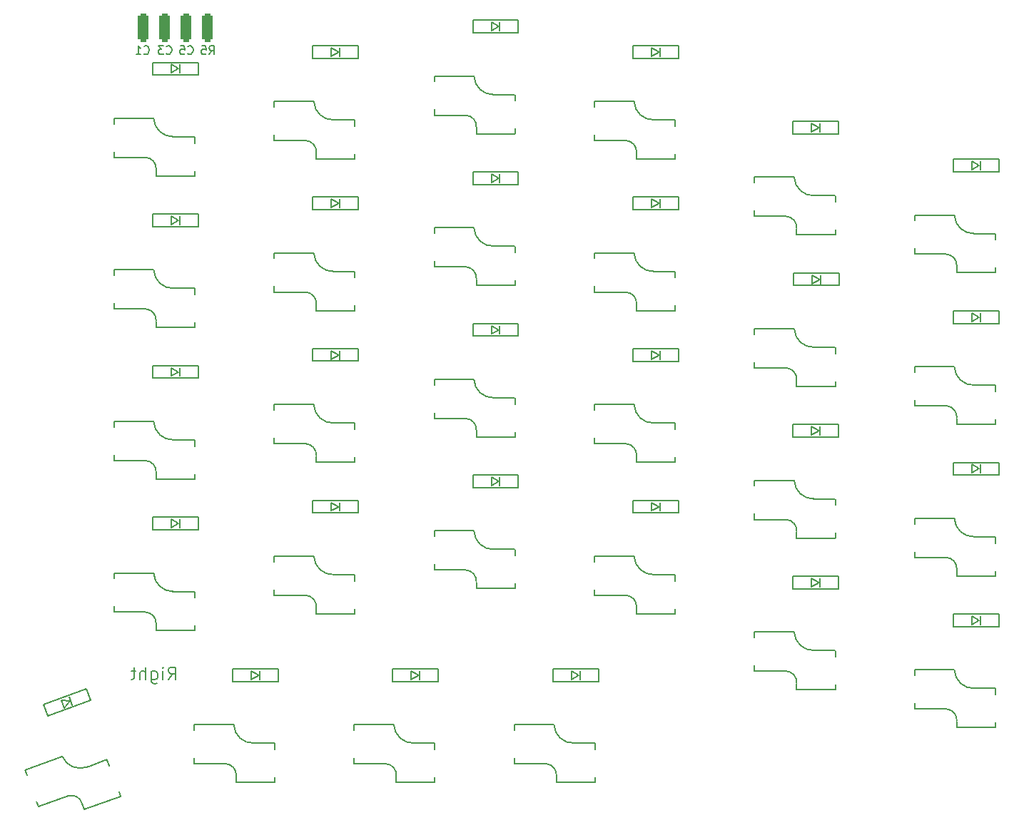
<source format=gbo>
%TF.GenerationSoftware,KiCad,Pcbnew,(7.0.0-0)*%
%TF.CreationDate,2023-03-08T00:10:09+08:00*%
%TF.ProjectId,Input,496e7075-742e-46b6-9963-61645f706362,1*%
%TF.SameCoordinates,PX7bfa480PY6052340*%
%TF.FileFunction,Legend,Bot*%
%TF.FilePolarity,Positive*%
%FSLAX46Y46*%
G04 Gerber Fmt 4.6, Leading zero omitted, Abs format (unit mm)*
G04 Created by KiCad (PCBNEW (7.0.0-0)) date 2023-03-08 00:10:09*
%MOMM*%
%LPD*%
G01*
G04 APERTURE LIST*
G04 Aperture macros list*
%AMRoundRect*
0 Rectangle with rounded corners*
0 $1 Rounding radius*
0 $2 $3 $4 $5 $6 $7 $8 $9 X,Y pos of 4 corners*
0 Add a 4 corners polygon primitive as box body*
4,1,4,$2,$3,$4,$5,$6,$7,$8,$9,$2,$3,0*
0 Add four circle primitives for the rounded corners*
1,1,$1+$1,$2,$3*
1,1,$1+$1,$4,$5*
1,1,$1+$1,$6,$7*
1,1,$1+$1,$8,$9*
0 Add four rect primitives between the rounded corners*
20,1,$1+$1,$2,$3,$4,$5,0*
20,1,$1+$1,$4,$5,$6,$7,0*
20,1,$1+$1,$6,$7,$8,$9,0*
20,1,$1+$1,$8,$9,$2,$3,0*%
%AMRotRect*
0 Rectangle, with rotation*
0 The origin of the aperture is its center*
0 $1 length*
0 $2 width*
0 $3 Rotation angle, in degrees counterclockwise*
0 Add horizontal line*
21,1,$1,$2,0,0,$3*%
G04 Aperture macros list end*
%ADD10C,0.150000*%
%ADD11C,0.200000*%
%ADD12C,0.010000*%
%ADD13C,3.000000*%
%ADD14C,3.200000*%
%ADD15RoundRect,0.317500X0.317500X1.397000X-0.317500X1.397000X-0.317500X-1.397000X0.317500X-1.397000X0*%
%ADD16C,1.700000*%
%ADD17R,2.000000X2.600000*%
%ADD18R,1.400000X1.000000*%
%ADD19RotRect,2.000000X2.600000X20.000000*%
%ADD20RotRect,1.400000X1.000000X200.000000*%
G04 APERTURE END LIST*
D10*
X-3722334Y42307858D02*
X-3674715Y42260239D01*
X-3674715Y42260239D02*
X-3531858Y42212620D01*
X-3531858Y42212620D02*
X-3436620Y42212620D01*
X-3436620Y42212620D02*
X-3293763Y42260239D01*
X-3293763Y42260239D02*
X-3198525Y42355477D01*
X-3198525Y42355477D02*
X-3150906Y42450715D01*
X-3150906Y42450715D02*
X-3103287Y42641191D01*
X-3103287Y42641191D02*
X-3103287Y42784048D01*
X-3103287Y42784048D02*
X-3150906Y42974524D01*
X-3150906Y42974524D02*
X-3198525Y43069762D01*
X-3198525Y43069762D02*
X-3293763Y43165000D01*
X-3293763Y43165000D02*
X-3436620Y43212620D01*
X-3436620Y43212620D02*
X-3531858Y43212620D01*
X-3531858Y43212620D02*
X-3674715Y43165000D01*
X-3674715Y43165000D02*
X-3722334Y43117381D01*
X-4674715Y42212620D02*
X-4103287Y42212620D01*
X-4389001Y42212620D02*
X-4389001Y43212620D01*
X-4389001Y43212620D02*
X-4293763Y43069762D01*
X-4293763Y43069762D02*
X-4198525Y42974524D01*
X-4198525Y42974524D02*
X-4103287Y42926905D01*
X-1055334Y42307858D02*
X-1007715Y42260239D01*
X-1007715Y42260239D02*
X-864858Y42212620D01*
X-864858Y42212620D02*
X-769620Y42212620D01*
X-769620Y42212620D02*
X-626763Y42260239D01*
X-626763Y42260239D02*
X-531525Y42355477D01*
X-531525Y42355477D02*
X-483906Y42450715D01*
X-483906Y42450715D02*
X-436287Y42641191D01*
X-436287Y42641191D02*
X-436287Y42784048D01*
X-436287Y42784048D02*
X-483906Y42974524D01*
X-483906Y42974524D02*
X-531525Y43069762D01*
X-531525Y43069762D02*
X-626763Y43165000D01*
X-626763Y43165000D02*
X-769620Y43212620D01*
X-769620Y43212620D02*
X-864858Y43212620D01*
X-864858Y43212620D02*
X-1007715Y43165000D01*
X-1007715Y43165000D02*
X-1055334Y43117381D01*
X-1388668Y43212620D02*
X-2007715Y43212620D01*
X-2007715Y43212620D02*
X-1674382Y42831667D01*
X-1674382Y42831667D02*
X-1817239Y42831667D01*
X-1817239Y42831667D02*
X-1912477Y42784048D01*
X-1912477Y42784048D02*
X-1960096Y42736429D01*
X-1960096Y42736429D02*
X-2007715Y42641191D01*
X-2007715Y42641191D02*
X-2007715Y42403096D01*
X-2007715Y42403096D02*
X-1960096Y42307858D01*
X-1960096Y42307858D02*
X-1912477Y42260239D01*
X-1912477Y42260239D02*
X-1817239Y42212620D01*
X-1817239Y42212620D02*
X-1531525Y42212620D01*
X-1531525Y42212620D02*
X-1436287Y42260239D01*
X-1436287Y42260239D02*
X-1388668Y42307858D01*
D11*
X-821429Y-32051071D02*
X-321429Y-31336785D01*
X35714Y-32051071D02*
X35714Y-30551071D01*
X35714Y-30551071D02*
X-535715Y-30551071D01*
X-535715Y-30551071D02*
X-678572Y-30622500D01*
X-678572Y-30622500D02*
X-750001Y-30693928D01*
X-750001Y-30693928D02*
X-821429Y-30836785D01*
X-821429Y-30836785D02*
X-821429Y-31051071D01*
X-821429Y-31051071D02*
X-750001Y-31193928D01*
X-750001Y-31193928D02*
X-678572Y-31265357D01*
X-678572Y-31265357D02*
X-535715Y-31336785D01*
X-535715Y-31336785D02*
X35714Y-31336785D01*
X-1464286Y-32051071D02*
X-1464286Y-31051071D01*
X-1464286Y-30551071D02*
X-1392858Y-30622500D01*
X-1392858Y-30622500D02*
X-1464286Y-30693928D01*
X-1464286Y-30693928D02*
X-1535715Y-30622500D01*
X-1535715Y-30622500D02*
X-1464286Y-30551071D01*
X-1464286Y-30551071D02*
X-1464286Y-30693928D01*
X-2821429Y-31051071D02*
X-2821429Y-32265357D01*
X-2821429Y-32265357D02*
X-2750001Y-32408214D01*
X-2750001Y-32408214D02*
X-2678572Y-32479642D01*
X-2678572Y-32479642D02*
X-2535715Y-32551071D01*
X-2535715Y-32551071D02*
X-2321429Y-32551071D01*
X-2321429Y-32551071D02*
X-2178572Y-32479642D01*
X-2821429Y-31979642D02*
X-2678572Y-32051071D01*
X-2678572Y-32051071D02*
X-2392858Y-32051071D01*
X-2392858Y-32051071D02*
X-2250001Y-31979642D01*
X-2250001Y-31979642D02*
X-2178572Y-31908214D01*
X-2178572Y-31908214D02*
X-2107144Y-31765357D01*
X-2107144Y-31765357D02*
X-2107144Y-31336785D01*
X-2107144Y-31336785D02*
X-2178572Y-31193928D01*
X-2178572Y-31193928D02*
X-2250001Y-31122500D01*
X-2250001Y-31122500D02*
X-2392858Y-31051071D01*
X-2392858Y-31051071D02*
X-2678572Y-31051071D01*
X-2678572Y-31051071D02*
X-2821429Y-31122500D01*
X-3535715Y-32051071D02*
X-3535715Y-30551071D01*
X-4178572Y-32051071D02*
X-4178572Y-31265357D01*
X-4178572Y-31265357D02*
X-4107144Y-31122500D01*
X-4107144Y-31122500D02*
X-3964287Y-31051071D01*
X-3964287Y-31051071D02*
X-3750001Y-31051071D01*
X-3750001Y-31051071D02*
X-3607144Y-31122500D01*
X-3607144Y-31122500D02*
X-3535715Y-31193928D01*
X-4678573Y-31051071D02*
X-5250001Y-31051071D01*
X-4892858Y-30551071D02*
X-4892858Y-31836785D01*
X-4892858Y-31836785D02*
X-4964287Y-31979642D01*
X-4964287Y-31979642D02*
X-5107144Y-32051071D01*
X-5107144Y-32051071D02*
X-5250001Y-32051071D01*
D10*
X4024666Y42212620D02*
X4357999Y42688810D01*
X4596094Y42212620D02*
X4596094Y43212620D01*
X4596094Y43212620D02*
X4215142Y43212620D01*
X4215142Y43212620D02*
X4119904Y43165000D01*
X4119904Y43165000D02*
X4072285Y43117381D01*
X4072285Y43117381D02*
X4024666Y43022143D01*
X4024666Y43022143D02*
X4024666Y42879286D01*
X4024666Y42879286D02*
X4072285Y42784048D01*
X4072285Y42784048D02*
X4119904Y42736429D01*
X4119904Y42736429D02*
X4215142Y42688810D01*
X4215142Y42688810D02*
X4596094Y42688810D01*
X3119904Y43212620D02*
X3596094Y43212620D01*
X3596094Y43212620D02*
X3643713Y42736429D01*
X3643713Y42736429D02*
X3596094Y42784048D01*
X3596094Y42784048D02*
X3500856Y42831667D01*
X3500856Y42831667D02*
X3262761Y42831667D01*
X3262761Y42831667D02*
X3167523Y42784048D01*
X3167523Y42784048D02*
X3119904Y42736429D01*
X3119904Y42736429D02*
X3072285Y42641191D01*
X3072285Y42641191D02*
X3072285Y42403096D01*
X3072285Y42403096D02*
X3119904Y42307858D01*
X3119904Y42307858D02*
X3167523Y42260239D01*
X3167523Y42260239D02*
X3262761Y42212620D01*
X3262761Y42212620D02*
X3500856Y42212620D01*
X3500856Y42212620D02*
X3596094Y42260239D01*
X3596094Y42260239D02*
X3643713Y42307858D01*
X1484666Y42307858D02*
X1532285Y42260239D01*
X1532285Y42260239D02*
X1675142Y42212620D01*
X1675142Y42212620D02*
X1770380Y42212620D01*
X1770380Y42212620D02*
X1913237Y42260239D01*
X1913237Y42260239D02*
X2008475Y42355477D01*
X2008475Y42355477D02*
X2056094Y42450715D01*
X2056094Y42450715D02*
X2103713Y42641191D01*
X2103713Y42641191D02*
X2103713Y42784048D01*
X2103713Y42784048D02*
X2056094Y42974524D01*
X2056094Y42974524D02*
X2008475Y43069762D01*
X2008475Y43069762D02*
X1913237Y43165000D01*
X1913237Y43165000D02*
X1770380Y43212620D01*
X1770380Y43212620D02*
X1675142Y43212620D01*
X1675142Y43212620D02*
X1532285Y43165000D01*
X1532285Y43165000D02*
X1484666Y43117381D01*
X579904Y43212620D02*
X1056094Y43212620D01*
X1056094Y43212620D02*
X1103713Y42736429D01*
X1103713Y42736429D02*
X1056094Y42784048D01*
X1056094Y42784048D02*
X960856Y42831667D01*
X960856Y42831667D02*
X722761Y42831667D01*
X722761Y42831667D02*
X627523Y42784048D01*
X627523Y42784048D02*
X579904Y42736429D01*
X579904Y42736429D02*
X532285Y42641191D01*
X532285Y42641191D02*
X532285Y42403096D01*
X532285Y42403096D02*
X579904Y42307858D01*
X579904Y42307858D02*
X627523Y42260239D01*
X627523Y42260239D02*
X722761Y42212620D01*
X722761Y42212620D02*
X960856Y42212620D01*
X960856Y42212620D02*
X1056094Y42260239D01*
X1056094Y42260239D02*
X1103713Y42307858D01*
%TO.C,SW20*%
X21300000Y12380000D02*
X21300000Y11800000D01*
X21300000Y15682000D02*
X21300000Y15682000D01*
X21300000Y16400000D02*
X21300000Y15682000D01*
X21275000Y11775000D02*
X16725000Y11775000D01*
X21275000Y16425000D02*
X18725000Y16425000D01*
X16720000Y12500000D02*
X16720000Y11800000D01*
X16425000Y18625000D02*
X11725000Y18625000D01*
X15500000Y13975000D02*
X11725000Y13975000D01*
X11725000Y14666000D02*
X11725000Y13975000D01*
X11725000Y18625000D02*
X11725000Y17968000D01*
X16430001Y18600000D02*
G75*
G03*
X18800000Y16430001I2269999J100000D01*
G01*
X16720000Y12550000D02*
G75*
G03*
X15500000Y13970000I-1320000J100000D01*
G01*
%TO.C,D11*%
X78700000Y32750000D02*
X73300000Y32750000D01*
X78700000Y34250000D02*
X78700000Y32750000D01*
X76500000Y34000000D02*
X76500000Y33000000D01*
X76400000Y33500000D02*
X75500000Y34000000D01*
X75500000Y33000000D02*
X76400000Y33500000D01*
X75500000Y34000000D02*
X75500000Y33000000D01*
X73300000Y34250000D02*
X78700000Y34250000D01*
X73300000Y34250000D02*
X73300000Y32750000D01*
%TO.C,D47*%
X78700000Y-21250000D02*
X73300000Y-21250000D01*
X78700000Y-19750000D02*
X78700000Y-21250000D01*
X76500000Y-20000000D02*
X76500000Y-21000000D01*
X76400000Y-20500000D02*
X75500000Y-20000000D01*
X75500000Y-21000000D02*
X76400000Y-20500000D01*
X75500000Y-20000000D02*
X75500000Y-21000000D01*
X73300000Y-19750000D02*
X78700000Y-19750000D01*
X73300000Y-19750000D02*
X73300000Y-21250000D01*
%TO.C,SW8*%
X21300000Y30380002D02*
X21300000Y29800002D01*
X21300000Y33682002D02*
X21300000Y33682002D01*
X21300000Y34400002D02*
X21300000Y33682002D01*
X21275000Y29775002D02*
X16725000Y29775002D01*
X21275000Y34425002D02*
X18725000Y34425002D01*
X16720000Y30500002D02*
X16720000Y29800002D01*
X16425000Y36625002D02*
X11725000Y36625002D01*
X15500000Y31975002D02*
X11725000Y31975002D01*
X11725000Y32666002D02*
X11725000Y31975002D01*
X11725000Y36625002D02*
X11725000Y35968002D01*
X16430001Y36600002D02*
G75*
G03*
X18800000Y34430003I2269999J100000D01*
G01*
X16720000Y30550002D02*
G75*
G03*
X15500000Y31970002I-1320000J100000D01*
G01*
%TO.C,D32*%
X21700000Y5775000D02*
X16300000Y5775000D01*
X21700000Y7275000D02*
X21700000Y5775000D01*
X19500000Y7025000D02*
X19500000Y6025000D01*
X19400000Y6525000D02*
X18500000Y7025000D01*
X18500000Y6025000D02*
X19400000Y6525000D01*
X18500000Y7025000D02*
X18500000Y6025000D01*
X16300000Y7275000D02*
X21700000Y7275000D01*
X16300000Y7275000D02*
X16300000Y5775000D01*
%TO.C,SW11*%
X78300000Y21380000D02*
X78300000Y20800000D01*
X78300000Y24682000D02*
X78300000Y24682000D01*
X78300000Y25400000D02*
X78300000Y24682000D01*
X78275000Y20775000D02*
X73725000Y20775000D01*
X78275000Y25425000D02*
X75725000Y25425000D01*
X73720000Y21500000D02*
X73720000Y20800000D01*
X73425000Y27625000D02*
X68725000Y27625000D01*
X72500000Y22975000D02*
X68725000Y22975000D01*
X68725000Y23666000D02*
X68725000Y22975000D01*
X68725000Y27625000D02*
X68725000Y26968000D01*
X73430001Y27600000D02*
G75*
G03*
X75800000Y25430001I2269999J100000D01*
G01*
X73720000Y21550000D02*
G75*
G03*
X72500000Y22970000I-1320000J100000D01*
G01*
%TO.C,SW12*%
X97300000Y16880000D02*
X97300000Y16300000D01*
X97300000Y20182000D02*
X97300000Y20182000D01*
X97300000Y20900000D02*
X97300000Y20182000D01*
X97275000Y16275000D02*
X92725000Y16275000D01*
X97275000Y20925000D02*
X94725000Y20925000D01*
X92720000Y17000000D02*
X92720000Y16300000D01*
X92425000Y23125000D02*
X87725000Y23125000D01*
X91500000Y18475000D02*
X87725000Y18475000D01*
X87725000Y19166000D02*
X87725000Y18475000D01*
X87725000Y23125000D02*
X87725000Y22468000D01*
X92430001Y23100000D02*
G75*
G03*
X94800000Y20930001I2269999J100000D01*
G01*
X92720000Y17050000D02*
G75*
G03*
X91500000Y18470000I-1320000J100000D01*
G01*
%TO.C,SW7*%
X2300000Y28380000D02*
X2300000Y27800000D01*
X2300000Y31682000D02*
X2300000Y31682000D01*
X2300000Y32400000D02*
X2300000Y31682000D01*
X2275000Y27775000D02*
X-2275000Y27775000D01*
X2275000Y32425000D02*
X-275000Y32425000D01*
X-2280000Y28500000D02*
X-2280000Y27800000D01*
X-2575000Y34625000D02*
X-7275000Y34625000D01*
X-3500000Y29975000D02*
X-7275000Y29975000D01*
X-7275000Y30666000D02*
X-7275000Y29975000D01*
X-7275000Y34625000D02*
X-7275000Y33968000D01*
X-2569999Y34600000D02*
G75*
G03*
X-200000Y32430001I2269999J100000D01*
G01*
X-2280000Y28550000D02*
G75*
G03*
X-3500000Y29970000I-1320000J100000D01*
G01*
%TO.C,SW22*%
X59300000Y12380000D02*
X59300000Y11800000D01*
X59300000Y15682000D02*
X59300000Y15682000D01*
X59300000Y16400000D02*
X59300000Y15682000D01*
X59275000Y11775000D02*
X54725000Y11775000D01*
X59275000Y16425000D02*
X56725000Y16425000D01*
X54720000Y12500000D02*
X54720000Y11800000D01*
X54425000Y18625000D02*
X49725000Y18625000D01*
X53500000Y13975000D02*
X49725000Y13975000D01*
X49725000Y14666000D02*
X49725000Y13975000D01*
X49725000Y18625000D02*
X49725000Y17968000D01*
X54430001Y18600000D02*
G75*
G03*
X56800000Y16430001I2269999J100000D01*
G01*
X54720000Y12550000D02*
G75*
G03*
X53500000Y13970000I-1320000J100000D01*
G01*
%TO.C,D21*%
X40700000Y26750000D02*
X35300000Y26750000D01*
X40700000Y28250000D02*
X40700000Y26750000D01*
X38500000Y28000000D02*
X38500000Y27000000D01*
X38400000Y27500000D02*
X37500000Y28000000D01*
X37500000Y27000000D02*
X38400000Y27500000D01*
X37500000Y28000000D02*
X37500000Y27000000D01*
X35300000Y28250000D02*
X40700000Y28250000D01*
X35300000Y28250000D02*
X35300000Y26750000D01*
%TO.C,SW58*%
X49800000Y-43620000D02*
X49800000Y-44200000D01*
X49800000Y-40318000D02*
X49800000Y-40318000D01*
X49800000Y-39600000D02*
X49800000Y-40318000D01*
X49775000Y-44225000D02*
X45225000Y-44225000D01*
X49775000Y-39575000D02*
X47225000Y-39575000D01*
X45220000Y-43500000D02*
X45220000Y-44200000D01*
X44925000Y-37375000D02*
X40225000Y-37375000D01*
X44000000Y-42025000D02*
X40225000Y-42025000D01*
X40225000Y-41334000D02*
X40225000Y-42025000D01*
X40225000Y-37375000D02*
X40225000Y-38032000D01*
X44930001Y-37400000D02*
G75*
G03*
X47300000Y-39569999I2269999J100000D01*
G01*
X45220000Y-43450000D02*
G75*
G03*
X44000000Y-42030000I-1320000J100000D01*
G01*
%TO.C,D56*%
X12200000Y-32250000D02*
X6800000Y-32250000D01*
X12200000Y-30750000D02*
X12200000Y-32250000D01*
X10000000Y-31000000D02*
X10000000Y-32000000D01*
X9900000Y-31500000D02*
X9000000Y-31000000D01*
X9000000Y-32000000D02*
X9900000Y-31500000D01*
X9000000Y-31000000D02*
X9000000Y-32000000D01*
X6800000Y-30750000D02*
X12200000Y-30750000D01*
X6800000Y-30750000D02*
X6800000Y-32250000D01*
%TO.C,D57*%
X31199984Y-32250000D02*
X25799984Y-32250000D01*
X31199984Y-30750000D02*
X31199984Y-32250000D01*
X28999984Y-31000000D02*
X28999984Y-32000000D01*
X28899984Y-31500000D02*
X27999984Y-31000000D01*
X27999984Y-32000000D02*
X28899984Y-31500000D01*
X27999984Y-31000000D02*
X27999984Y-32000000D01*
X25799984Y-30750000D02*
X31199984Y-30750000D01*
X25799984Y-30750000D02*
X25799984Y-32250000D01*
%TO.C,SW44*%
X21300000Y-23620000D02*
X21300000Y-24200000D01*
X21300000Y-20318000D02*
X21300000Y-20318000D01*
X21300000Y-19600000D02*
X21300000Y-20318000D01*
X21275000Y-24225000D02*
X16725000Y-24225000D01*
X21275000Y-19575000D02*
X18725000Y-19575000D01*
X16720000Y-23500000D02*
X16720000Y-24200000D01*
X16425000Y-17375000D02*
X11725000Y-17375000D01*
X15500000Y-22025000D02*
X11725000Y-22025000D01*
X11725000Y-21334000D02*
X11725000Y-22025000D01*
X11725000Y-17375000D02*
X11725000Y-18032000D01*
X16430001Y-17400000D02*
G75*
G03*
X18800000Y-19569999I2269999J100000D01*
G01*
X16720000Y-23450000D02*
G75*
G03*
X15500000Y-22030000I-1320000J100000D01*
G01*
%TO.C,SW36*%
X97300000Y-19120000D02*
X97300000Y-19700000D01*
X97300000Y-15818000D02*
X97300000Y-15818000D01*
X97300000Y-15100000D02*
X97300000Y-15818000D01*
X97275000Y-19725000D02*
X92725000Y-19725000D01*
X97275000Y-15075000D02*
X94725000Y-15075000D01*
X92720000Y-19000000D02*
X92720000Y-19700000D01*
X92425000Y-12875000D02*
X87725000Y-12875000D01*
X91500000Y-17525000D02*
X87725000Y-17525000D01*
X87725000Y-16834000D02*
X87725000Y-17525000D01*
X87725000Y-12875000D02*
X87725000Y-13532000D01*
X92430001Y-12900000D02*
G75*
G03*
X94800000Y-15069999I2269999J100000D01*
G01*
X92720000Y-18950000D02*
G75*
G03*
X91500000Y-17530000I-1320000J100000D01*
G01*
%TO.C,D23*%
X78750000Y14750000D02*
X73350000Y14750000D01*
X78750000Y16250000D02*
X78750000Y14750000D01*
X76550000Y16000000D02*
X76550000Y15000000D01*
X76450000Y15500000D02*
X75550000Y16000000D01*
X75550000Y15000000D02*
X76450000Y15500000D01*
X75550000Y16000000D02*
X75550000Y15000000D01*
X73350000Y16250000D02*
X78750000Y16250000D01*
X73350000Y16250000D02*
X73350000Y14750000D01*
%TO.C,SW34*%
X59300000Y-5620000D02*
X59300000Y-6200000D01*
X59300000Y-2318000D02*
X59300000Y-2318000D01*
X59300000Y-1600000D02*
X59300000Y-2318000D01*
X59275000Y-6225000D02*
X54725000Y-6225000D01*
X59275000Y-1575000D02*
X56725000Y-1575000D01*
X54720000Y-5500000D02*
X54720000Y-6200000D01*
X54425000Y625000D02*
X49725000Y625000D01*
X53500000Y-4025000D02*
X49725000Y-4025000D01*
X49725000Y-3334000D02*
X49725000Y-4025000D01*
X49725000Y625000D02*
X49725000Y-32000D01*
X54430001Y600000D02*
G75*
G03*
X56800000Y-1569999I2269999J100000D01*
G01*
X54720000Y-5450000D02*
G75*
G03*
X53500000Y-4030000I-1320000J100000D01*
G01*
%TO.C,D31*%
X2699998Y3749997D02*
X-2700002Y3749997D01*
X2699998Y5249997D02*
X2699998Y3749997D01*
X499998Y4999997D02*
X499998Y3999997D01*
X399998Y4499997D02*
X-500002Y4999997D01*
X-500002Y3999997D02*
X399998Y4499997D01*
X-500002Y4999997D02*
X-500002Y3999997D01*
X-2700002Y5249997D02*
X2699998Y5249997D01*
X-2700002Y5249997D02*
X-2700002Y3749997D01*
%TO.C,SW55*%
X-6702513Y-45337811D02*
X-6504142Y-45882833D01*
X-7831864Y-42234946D02*
X-7831864Y-42234946D01*
X-8077434Y-41560247D02*
X-7831864Y-42234946D01*
X-6519084Y-45914876D02*
X-10794685Y-47471068D01*
X-8109477Y-41545305D02*
X-10505693Y-42417457D01*
X-11047348Y-46791501D02*
X-10807934Y-47449285D01*
X-13419431Y-41136779D02*
X-17835986Y-42744274D01*
X-12698253Y-45822719D02*
X-16245592Y-47113845D01*
X-16481928Y-46464517D02*
X-16245592Y-47113845D01*
X-17835986Y-42744274D02*
X-17611279Y-43361652D01*
X-13406183Y-41158561D02*
G75*
G03*
X-10436927Y-42387107I2098901J870355D01*
G01*
X-11064449Y-46744516D02*
G75*
G03*
X-12696543Y-45827417I-1274596J-357497D01*
G01*
%TO.C,D46*%
X59700000Y-12250000D02*
X54300000Y-12250000D01*
X59700000Y-10750000D02*
X59700000Y-12250000D01*
X57500000Y-11000000D02*
X57500000Y-12000000D01*
X57400000Y-11500000D02*
X56500000Y-11000000D01*
X56500000Y-12000000D02*
X57400000Y-11500000D01*
X56500000Y-11000000D02*
X56500000Y-12000000D01*
X54300000Y-10750000D02*
X59700000Y-10750000D01*
X54300000Y-10750000D02*
X54300000Y-12250000D01*
%TO.C,D8*%
X21700000Y41750000D02*
X16300000Y41750000D01*
X21700000Y43250000D02*
X21700000Y41750000D01*
X19500000Y43000000D02*
X19500000Y42000000D01*
X19400000Y42500000D02*
X18500000Y43000000D01*
X18500000Y42000000D02*
X19400000Y42500000D01*
X18500000Y43000000D02*
X18500000Y42000000D01*
X16300000Y43250000D02*
X21700000Y43250000D01*
X16300000Y43250000D02*
X16300000Y41750000D01*
%TO.C,SW9*%
X40300000Y33379997D02*
X40300000Y32799997D01*
X40300000Y36681997D02*
X40300000Y36681997D01*
X40300000Y37399997D02*
X40300000Y36681997D01*
X40275000Y32774997D02*
X35725000Y32774997D01*
X40275000Y37424997D02*
X37725000Y37424997D01*
X35720000Y33499997D02*
X35720000Y32799997D01*
X35425000Y39624997D02*
X30725000Y39624997D01*
X34500000Y34974997D02*
X30725000Y34974997D01*
X30725000Y35665997D02*
X30725000Y34974997D01*
X30725000Y39624997D02*
X30725000Y38967997D01*
X35430001Y39599997D02*
G75*
G03*
X37800000Y37429998I2269999J100000D01*
G01*
X35720000Y33549997D02*
G75*
G03*
X34500000Y34969997I-1320000J100000D01*
G01*
%TO.C,SW21*%
X40300000Y15380000D02*
X40300000Y14800000D01*
X40300000Y18682000D02*
X40300000Y18682000D01*
X40300000Y19400000D02*
X40300000Y18682000D01*
X40275000Y14775000D02*
X35725000Y14775000D01*
X40275000Y19425000D02*
X37725000Y19425000D01*
X35720000Y15500000D02*
X35720000Y14800000D01*
X35425000Y21625000D02*
X30725000Y21625000D01*
X34500000Y16975000D02*
X30725000Y16975000D01*
X30725000Y17666000D02*
X30725000Y16975000D01*
X30725000Y21625000D02*
X30725000Y20968000D01*
X35430001Y21600000D02*
G75*
G03*
X37800000Y19430001I2269999J100000D01*
G01*
X35720000Y15550000D02*
G75*
G03*
X34500000Y16970000I-1320000J100000D01*
G01*
%TO.C,SW19*%
X2300000Y10380000D02*
X2300000Y9800000D01*
X2300000Y13682000D02*
X2300000Y13682000D01*
X2300000Y14400000D02*
X2300000Y13682000D01*
X2275000Y9775000D02*
X-2275000Y9775000D01*
X2275000Y14425000D02*
X-275000Y14425000D01*
X-2280000Y10500000D02*
X-2280000Y9800000D01*
X-2575000Y16625000D02*
X-7275000Y16625000D01*
X-3500000Y11975000D02*
X-7275000Y11975000D01*
X-7275000Y12666000D02*
X-7275000Y11975000D01*
X-7275000Y16625000D02*
X-7275000Y15968000D01*
X-2569999Y16600000D02*
G75*
G03*
X-200000Y14430001I2269999J100000D01*
G01*
X-2280000Y10550000D02*
G75*
G03*
X-3500000Y11970000I-1320000J100000D01*
G01*
%TO.C,D44*%
X21700000Y-12250000D02*
X16300000Y-12250000D01*
X21700000Y-10750000D02*
X21700000Y-12250000D01*
X19500000Y-11000000D02*
X19500000Y-12000000D01*
X19400000Y-11500000D02*
X18500000Y-11000000D01*
X18500000Y-12000000D02*
X19400000Y-11500000D01*
X18500000Y-11000000D02*
X18500000Y-12000000D01*
X16300000Y-10750000D02*
X21700000Y-10750000D01*
X16300000Y-10750000D02*
X16300000Y-12250000D01*
%TO.C,D24*%
X97700000Y10250000D02*
X92300000Y10250000D01*
X97700000Y11750000D02*
X97700000Y10250000D01*
X95500000Y11500000D02*
X95500000Y10500000D01*
X95400000Y11000000D02*
X94500000Y11500000D01*
X94500000Y10500000D02*
X95400000Y11000000D01*
X94500000Y11500000D02*
X94500000Y10500000D01*
X92300000Y11750000D02*
X97700000Y11750000D01*
X92300000Y11750000D02*
X92300000Y10250000D01*
%TO.C,SW45*%
X40300000Y-20620000D02*
X40300000Y-21200000D01*
X40300000Y-17318000D02*
X40300000Y-17318000D01*
X40300000Y-16600000D02*
X40300000Y-17318000D01*
X40275000Y-21225000D02*
X35725000Y-21225000D01*
X40275000Y-16575000D02*
X37725000Y-16575000D01*
X35720000Y-20500000D02*
X35720000Y-21200000D01*
X35425000Y-14375000D02*
X30725000Y-14375000D01*
X34500000Y-19025000D02*
X30725000Y-19025000D01*
X30725000Y-18334000D02*
X30725000Y-19025000D01*
X30725000Y-14375000D02*
X30725000Y-15032000D01*
X35430001Y-14400000D02*
G75*
G03*
X37800000Y-16569999I2269999J100000D01*
G01*
X35720000Y-20450000D02*
G75*
G03*
X34500000Y-19030000I-1320000J100000D01*
G01*
%TO.C,D35*%
X78700000Y-3250000D02*
X73300000Y-3250000D01*
X78700000Y-1750000D02*
X78700000Y-3250000D01*
X76500000Y-2000000D02*
X76500000Y-3000000D01*
X76400000Y-2500000D02*
X75500000Y-2000000D01*
X75500000Y-3000000D02*
X76400000Y-2500000D01*
X75500000Y-2000000D02*
X75500000Y-3000000D01*
X73300000Y-1750000D02*
X78700000Y-1750000D01*
X73300000Y-1750000D02*
X73300000Y-3250000D01*
%TO.C,D43*%
X2699998Y-14250003D02*
X-2700002Y-14250003D01*
X2699998Y-12750003D02*
X2699998Y-14250003D01*
X499998Y-13000003D02*
X499998Y-14000003D01*
X399998Y-13500003D02*
X-500002Y-13000003D01*
X-500002Y-14000003D02*
X399998Y-13500003D01*
X-500002Y-13000003D02*
X-500002Y-14000003D01*
X-2700002Y-12750003D02*
X2699998Y-12750003D01*
X-2700002Y-12750003D02*
X-2700002Y-14250003D01*
%TO.C,D9*%
X40700000Y44750000D02*
X35300000Y44750000D01*
X40700000Y46250000D02*
X40700000Y44750000D01*
X38500000Y46000000D02*
X38500000Y45000000D01*
X38400000Y45500000D02*
X37500000Y46000000D01*
X37500000Y45000000D02*
X38400000Y45500000D01*
X37500000Y46000000D02*
X37500000Y45000000D01*
X35300000Y46250000D02*
X40700000Y46250000D01*
X35300000Y46250000D02*
X35300000Y44750000D01*
%TO.C,SW33*%
X40300000Y-2620000D02*
X40300000Y-3200000D01*
X40300000Y682000D02*
X40300000Y682000D01*
X40300000Y1400000D02*
X40300000Y682000D01*
X40275000Y-3225000D02*
X35725000Y-3225000D01*
X40275000Y1425000D02*
X37725000Y1425000D01*
X35720000Y-2500000D02*
X35720000Y-3200000D01*
X35425000Y3625000D02*
X30725000Y3625000D01*
X34500000Y-1025000D02*
X30725000Y-1025000D01*
X30725000Y-334000D02*
X30725000Y-1025000D01*
X30725000Y3625000D02*
X30725000Y2968000D01*
X35430001Y3600000D02*
G75*
G03*
X37800000Y1430001I2269999J100000D01*
G01*
X35720000Y-2450000D02*
G75*
G03*
X34500000Y-1030000I-1320000J100000D01*
G01*
%TO.C,SW24*%
X97300000Y-1120000D02*
X97300000Y-1700000D01*
X97300000Y2182000D02*
X97300000Y2182000D01*
X97300000Y2900000D02*
X97300000Y2182000D01*
X97275000Y-1725000D02*
X92725000Y-1725000D01*
X97275000Y2925000D02*
X94725000Y2925000D01*
X92720000Y-1000000D02*
X92720000Y-1700000D01*
X92425000Y5125000D02*
X87725000Y5125000D01*
X91500000Y475000D02*
X87725000Y475000D01*
X87725000Y1166000D02*
X87725000Y475000D01*
X87725000Y5125000D02*
X87725000Y4468000D01*
X92430001Y5100000D02*
G75*
G03*
X94800000Y2930001I2269999J100000D01*
G01*
X92720000Y-950000D02*
G75*
G03*
X91500000Y470000I-1320000J100000D01*
G01*
%TO.C,SW47*%
X78300000Y-32620000D02*
X78300000Y-33200000D01*
X78300000Y-29318000D02*
X78300000Y-29318000D01*
X78300000Y-28600000D02*
X78300000Y-29318000D01*
X78275000Y-33225000D02*
X73725000Y-33225000D01*
X78275000Y-28575000D02*
X75725000Y-28575000D01*
X73720000Y-32500000D02*
X73720000Y-33200000D01*
X73425000Y-26375000D02*
X68725000Y-26375000D01*
X72500000Y-31025000D02*
X68725000Y-31025000D01*
X68725000Y-30334000D02*
X68725000Y-31025000D01*
X68725000Y-26375000D02*
X68725000Y-27032000D01*
X73430001Y-26400000D02*
G75*
G03*
X75800000Y-28569999I2269999J100000D01*
G01*
X73720000Y-32450000D02*
G75*
G03*
X72500000Y-31030000I-1320000J100000D01*
G01*
%TO.C,D7*%
X2700000Y39750000D02*
X-2700000Y39750000D01*
X2700000Y41250000D02*
X2700000Y39750000D01*
X500000Y41000000D02*
X500000Y40000000D01*
X400000Y40500000D02*
X-500000Y41000000D01*
X-500000Y40000000D02*
X400000Y40500000D01*
X-500000Y41000000D02*
X-500000Y40000000D01*
X-2700000Y41250000D02*
X2700000Y41250000D01*
X-2700000Y41250000D02*
X-2700000Y39750000D01*
%TO.C,D19*%
X2700000Y21750000D02*
X-2700000Y21750000D01*
X2700000Y23250000D02*
X2700000Y21750000D01*
X500000Y23000000D02*
X500000Y22000000D01*
X400000Y22500000D02*
X-500000Y23000000D01*
X-500000Y22000000D02*
X400000Y22500000D01*
X-500000Y23000000D02*
X-500000Y22000000D01*
X-2700000Y23250000D02*
X2700000Y23250000D01*
X-2700000Y23250000D02*
X-2700000Y21750000D01*
%TO.C,SW32*%
X21300000Y-5620000D02*
X21300000Y-6200000D01*
X21300000Y-2318000D02*
X21300000Y-2318000D01*
X21300000Y-1600000D02*
X21300000Y-2318000D01*
X21275000Y-6225000D02*
X16725000Y-6225000D01*
X21275000Y-1575000D02*
X18725000Y-1575000D01*
X16720000Y-5500000D02*
X16720000Y-6200000D01*
X16425000Y625000D02*
X11725000Y625000D01*
X15500000Y-4025000D02*
X11725000Y-4025000D01*
X11725000Y-3334000D02*
X11725000Y-4025000D01*
X11725000Y625000D02*
X11725000Y-32000D01*
X16430001Y600000D02*
G75*
G03*
X18800000Y-1569999I2269999J100000D01*
G01*
X16720000Y-5450000D02*
G75*
G03*
X15500000Y-4030000I-1320000J100000D01*
G01*
%TO.C,SW10*%
X59300000Y30380000D02*
X59300000Y29800000D01*
X59300000Y33682000D02*
X59300000Y33682000D01*
X59300000Y34400000D02*
X59300000Y33682000D01*
X59275000Y29775000D02*
X54725000Y29775000D01*
X59275000Y34425000D02*
X56725000Y34425000D01*
X54720000Y30500000D02*
X54720000Y29800000D01*
X54425000Y36625000D02*
X49725000Y36625000D01*
X53500000Y31975000D02*
X49725000Y31975000D01*
X49725000Y32666000D02*
X49725000Y31975000D01*
X49725000Y36625000D02*
X49725000Y35968000D01*
X54430001Y36600000D02*
G75*
G03*
X56800000Y34430001I2269999J100000D01*
G01*
X54720000Y30550000D02*
G75*
G03*
X53500000Y31970000I-1320000J100000D01*
G01*
%TO.C,SW35*%
X78300000Y-14620000D02*
X78300000Y-15200000D01*
X78300000Y-11318000D02*
X78300000Y-11318000D01*
X78300000Y-10600000D02*
X78300000Y-11318000D01*
X78275000Y-15225000D02*
X73725000Y-15225000D01*
X78275000Y-10575000D02*
X75725000Y-10575000D01*
X73720000Y-14500000D02*
X73720000Y-15200000D01*
X73425000Y-8375000D02*
X68725000Y-8375000D01*
X72500000Y-13025000D02*
X68725000Y-13025000D01*
X68725000Y-12334000D02*
X68725000Y-13025000D01*
X68725000Y-8375000D02*
X68725000Y-9032000D01*
X73430001Y-8400000D02*
G75*
G03*
X75800000Y-10569999I2269999J100000D01*
G01*
X73720000Y-14450000D02*
G75*
G03*
X72500000Y-13030000I-1320000J100000D01*
G01*
%TO.C,SW43*%
X2300000Y-25620000D02*
X2300000Y-26200000D01*
X2300000Y-22318000D02*
X2300000Y-22318000D01*
X2300000Y-21600000D02*
X2300000Y-22318000D01*
X2275000Y-26225000D02*
X-2275000Y-26225000D01*
X2275000Y-21575000D02*
X-275000Y-21575000D01*
X-2280000Y-25500000D02*
X-2280000Y-26200000D01*
X-2575000Y-19375000D02*
X-7275000Y-19375000D01*
X-3500000Y-24025000D02*
X-7275000Y-24025000D01*
X-7275000Y-23334000D02*
X-7275000Y-24025000D01*
X-7275000Y-19375000D02*
X-7275000Y-20032000D01*
X-2569999Y-19400000D02*
G75*
G03*
X-200000Y-21569999I2269999J100000D01*
G01*
X-2280000Y-25450000D02*
G75*
G03*
X-3500000Y-24030000I-1320000J100000D01*
G01*
%TO.C,SW31*%
X2300000Y-7620000D02*
X2300000Y-8200000D01*
X2300000Y-4318000D02*
X2300000Y-4318000D01*
X2300000Y-3600000D02*
X2300000Y-4318000D01*
X2275000Y-8225000D02*
X-2275000Y-8225000D01*
X2275000Y-3575000D02*
X-275000Y-3575000D01*
X-2280000Y-7500000D02*
X-2280000Y-8200000D01*
X-2575000Y-1375000D02*
X-7275000Y-1375000D01*
X-3500000Y-6025000D02*
X-7275000Y-6025000D01*
X-7275000Y-5334000D02*
X-7275000Y-6025000D01*
X-7275000Y-1375000D02*
X-7275000Y-2032000D01*
X-2569999Y-1400000D02*
G75*
G03*
X-200000Y-3569999I2269999J100000D01*
G01*
X-2280000Y-7450000D02*
G75*
G03*
X-3500000Y-6030000I-1320000J100000D01*
G01*
%TO.C,D12*%
X97700000Y28250000D02*
X92300000Y28250000D01*
X97700000Y29750000D02*
X97700000Y28250000D01*
X95500000Y29500000D02*
X95500000Y28500000D01*
X95400000Y29000000D02*
X94500000Y29500000D01*
X94500000Y28500000D02*
X95400000Y29000000D01*
X94500000Y29500000D02*
X94500000Y28500000D01*
X92300000Y29750000D02*
X97700000Y29750000D01*
X92300000Y29750000D02*
X92300000Y28250000D01*
%TO.C,D20*%
X21700000Y23750000D02*
X16300000Y23750000D01*
X21700000Y25250000D02*
X21700000Y23750000D01*
X19500000Y25000000D02*
X19500000Y24000000D01*
X19400000Y24500000D02*
X18500000Y25000000D01*
X18500000Y24000000D02*
X19400000Y24500000D01*
X18500000Y25000000D02*
X18500000Y24000000D01*
X16300000Y25250000D02*
X21700000Y25250000D01*
X16300000Y25250000D02*
X16300000Y23750000D01*
%TO.C,D33*%
X40700000Y8750000D02*
X35300000Y8750000D01*
X40700000Y10250000D02*
X40700000Y8750000D01*
X38500000Y10000000D02*
X38500000Y9000000D01*
X38400000Y9500000D02*
X37500000Y10000000D01*
X37500000Y9000000D02*
X38400000Y9500000D01*
X37500000Y10000000D02*
X37500000Y9000000D01*
X35300000Y10250000D02*
X40700000Y10250000D01*
X35300000Y10250000D02*
X35300000Y8750000D01*
%TO.C,D10*%
X59700000Y41750000D02*
X54300000Y41750000D01*
X59700000Y43250000D02*
X59700000Y41750000D01*
X57500000Y43000000D02*
X57500000Y42000000D01*
X57400000Y42500000D02*
X56500000Y43000000D01*
X56500000Y42000000D02*
X57400000Y42500000D01*
X56500000Y43000000D02*
X56500000Y42000000D01*
X54300000Y43250000D02*
X59700000Y43250000D01*
X54300000Y43250000D02*
X54300000Y41750000D01*
%TO.C,D22*%
X59700000Y23750000D02*
X54300000Y23750000D01*
X59700000Y25250000D02*
X59700000Y23750000D01*
X57500000Y25000000D02*
X57500000Y24000000D01*
X57400000Y24500000D02*
X56500000Y25000000D01*
X56500000Y24000000D02*
X57400000Y24500000D01*
X56500000Y25000000D02*
X56500000Y24000000D01*
X54300000Y25250000D02*
X59700000Y25250000D01*
X54300000Y25250000D02*
X54300000Y23750000D01*
%TO.C,D45*%
X40700000Y-9250000D02*
X35300000Y-9250000D01*
X40700000Y-7750000D02*
X40700000Y-9250000D01*
X38500000Y-8000000D02*
X38500000Y-9000000D01*
X38400000Y-8500000D02*
X37500000Y-8000000D01*
X37500000Y-9000000D02*
X38400000Y-8500000D01*
X37500000Y-8000000D02*
X37500000Y-9000000D01*
X35300000Y-7750000D02*
X40700000Y-7750000D01*
X35300000Y-7750000D02*
X35300000Y-9250000D01*
%TO.C,SW23*%
X78300000Y3380000D02*
X78300000Y2800000D01*
X78300000Y6682000D02*
X78300000Y6682000D01*
X78300000Y7400000D02*
X78300000Y6682000D01*
X78275000Y2775000D02*
X73725000Y2775000D01*
X78275000Y7425000D02*
X75725000Y7425000D01*
X73720000Y3500000D02*
X73720000Y2800000D01*
X73425000Y9625000D02*
X68725000Y9625000D01*
X72500000Y4975000D02*
X68725000Y4975000D01*
X68725000Y5666000D02*
X68725000Y4975000D01*
X68725000Y9625000D02*
X68725000Y8968000D01*
X73430001Y9600000D02*
G75*
G03*
X75800000Y7430001I2269999J100000D01*
G01*
X73720000Y3550000D02*
G75*
G03*
X72500000Y4970000I-1320000J100000D01*
G01*
%TO.C,SW48*%
X97300000Y-37120000D02*
X97300000Y-37700000D01*
X97300000Y-33818000D02*
X97300000Y-33818000D01*
X97300000Y-33100000D02*
X97300000Y-33818000D01*
X97275000Y-37725000D02*
X92725000Y-37725000D01*
X97275000Y-33075000D02*
X94725000Y-33075000D01*
X92720000Y-37000000D02*
X92720000Y-37700000D01*
X92425000Y-30875000D02*
X87725000Y-30875000D01*
X91500000Y-35525000D02*
X87725000Y-35525000D01*
X87725000Y-34834000D02*
X87725000Y-35525000D01*
X87725000Y-30875000D02*
X87725000Y-31532000D01*
X92430001Y-30900000D02*
G75*
G03*
X94800000Y-33069999I2269999J100000D01*
G01*
X92720000Y-36950000D02*
G75*
G03*
X91500000Y-35530000I-1320000J100000D01*
G01*
%TO.C,SW46*%
X59300000Y-23620000D02*
X59300000Y-24200000D01*
X59300000Y-20318000D02*
X59300000Y-20318000D01*
X59300000Y-19600000D02*
X59300000Y-20318000D01*
X59275000Y-24225000D02*
X54725000Y-24225000D01*
X59275000Y-19575000D02*
X56725000Y-19575000D01*
X54720000Y-23500000D02*
X54720000Y-24200000D01*
X54425000Y-17375000D02*
X49725000Y-17375000D01*
X53500000Y-22025000D02*
X49725000Y-22025000D01*
X49725000Y-21334000D02*
X49725000Y-22025000D01*
X49725000Y-17375000D02*
X49725000Y-18032000D01*
X54430001Y-17400000D02*
G75*
G03*
X56800000Y-19569999I2269999J100000D01*
G01*
X54720000Y-23450000D02*
G75*
G03*
X53500000Y-22030000I-1320000J100000D01*
G01*
%TO.C,D58*%
X50200000Y-32250000D02*
X44800000Y-32250000D01*
X50200000Y-30750000D02*
X50200000Y-32250000D01*
X48000000Y-31000000D02*
X48000000Y-32000000D01*
X47900000Y-31500000D02*
X47000000Y-31000000D01*
X47000000Y-32000000D02*
X47900000Y-31500000D01*
X47000000Y-31000000D02*
X47000000Y-32000000D01*
X44800000Y-30750000D02*
X50200000Y-30750000D01*
X44800000Y-30750000D02*
X44800000Y-32250000D01*
%TO.C,D34*%
X59700000Y5750000D02*
X54300000Y5750000D01*
X59700000Y7250000D02*
X59700000Y5750000D01*
X57500000Y7000000D02*
X57500000Y6000000D01*
X57400000Y6500000D02*
X56500000Y7000000D01*
X56500000Y6000000D02*
X57400000Y6500000D01*
X56500000Y7000000D02*
X56500000Y6000000D01*
X54300000Y7250000D02*
X59700000Y7250000D01*
X54300000Y7250000D02*
X54300000Y5750000D01*
%TO.C,SW56*%
X11799996Y-43620000D02*
X11799996Y-44200000D01*
X11799996Y-40318000D02*
X11799996Y-40318000D01*
X11799996Y-39600000D02*
X11799996Y-40318000D01*
X11774996Y-44225000D02*
X7224996Y-44225000D01*
X11774996Y-39575000D02*
X9224996Y-39575000D01*
X7219996Y-43500000D02*
X7219996Y-44200000D01*
X6924996Y-37375000D02*
X2224996Y-37375000D01*
X5999996Y-42025000D02*
X2224996Y-42025000D01*
X2224996Y-41334000D02*
X2224996Y-42025000D01*
X2224996Y-37375000D02*
X2224996Y-38032000D01*
X6929997Y-37400000D02*
G75*
G03*
X9299996Y-39569999I2269999J100000D01*
G01*
X7219996Y-43450000D02*
G75*
G03*
X5999996Y-42030000I-1320000J100000D01*
G01*
%TO.C,D55*%
X-10082650Y-34524954D02*
X-15156990Y-36371863D01*
X-10595680Y-33115415D02*
X-10082650Y-34524954D01*
X-12577499Y-34102783D02*
X-12235479Y-35042475D01*
X-12500458Y-34606831D02*
X-13517191Y-34444803D01*
X-13175171Y-35384495D02*
X-12500458Y-34606831D01*
X-13517191Y-34444803D02*
X-13175171Y-35384495D01*
X-15670020Y-34962324D02*
X-10595680Y-33115415D01*
X-15670020Y-34962324D02*
X-15156990Y-36371863D01*
%TO.C,SW57*%
X30800000Y-43620000D02*
X30800000Y-44200000D01*
X30800000Y-40318000D02*
X30800000Y-40318000D01*
X30800000Y-39600000D02*
X30800000Y-40318000D01*
X30775000Y-44225000D02*
X26225000Y-44225000D01*
X30775000Y-39575000D02*
X28225000Y-39575000D01*
X26220000Y-43500000D02*
X26220000Y-44200000D01*
X25925000Y-37375000D02*
X21225000Y-37375000D01*
X25000000Y-42025000D02*
X21225000Y-42025000D01*
X21225000Y-41334000D02*
X21225000Y-42025000D01*
X21225000Y-37375000D02*
X21225000Y-38032000D01*
X25930001Y-37400000D02*
G75*
G03*
X28300000Y-39569999I2269999J100000D01*
G01*
X26220000Y-43450000D02*
G75*
G03*
X25000000Y-42030000I-1320000J100000D01*
G01*
%TO.C,D36*%
X97700000Y-7750000D02*
X92300000Y-7750000D01*
X97700000Y-6250000D02*
X97700000Y-7750000D01*
X95500000Y-6500000D02*
X95500000Y-7500000D01*
X95400000Y-7000000D02*
X94500000Y-6500000D01*
X94500000Y-7500000D02*
X95400000Y-7000000D01*
X94500000Y-6500000D02*
X94500000Y-7500000D01*
X92300000Y-6250000D02*
X97700000Y-6250000D01*
X92300000Y-6250000D02*
X92300000Y-7750000D01*
%TO.C,D48*%
X97700000Y-25750000D02*
X92300000Y-25750000D01*
X97700000Y-24250000D02*
X97700000Y-25750000D01*
X95500000Y-24500000D02*
X95500000Y-25500000D01*
X95400000Y-25000000D02*
X94500000Y-24500000D01*
X94500000Y-25500000D02*
X95400000Y-25000000D01*
X94500000Y-24500000D02*
X94500000Y-25500000D01*
X92300000Y-24250000D02*
X97700000Y-24250000D01*
X92300000Y-24250000D02*
X92300000Y-25750000D01*
%TD*%
%LPC*%
%TO.C,REF\u002A\u002A*%
G36*
X61482829Y-38951097D02*
G01*
X61542753Y-38973355D01*
X61567673Y-38990080D01*
X61592910Y-39014043D01*
X61610912Y-39044526D01*
X61622858Y-39086023D01*
X61629930Y-39143032D01*
X61633308Y-39220047D01*
X61634171Y-39321565D01*
X61634002Y-39374027D01*
X61633153Y-39445715D01*
X61631711Y-39502925D01*
X61629814Y-39540809D01*
X61627597Y-39554514D01*
X61613172Y-39549981D01*
X61584054Y-39537670D01*
X61583181Y-39537272D01*
X61568060Y-39529356D01*
X61557891Y-39518495D01*
X61551691Y-39499471D01*
X61548478Y-39467069D01*
X61547270Y-39416071D01*
X61547086Y-39341261D01*
X61546714Y-39293804D01*
X61542750Y-39204615D01*
X61533673Y-39139287D01*
X61518524Y-39094393D01*
X61496345Y-39066507D01*
X61466175Y-39052203D01*
X61461990Y-39051206D01*
X61405480Y-39050427D01*
X61361410Y-39075744D01*
X61330972Y-39126502D01*
X61325544Y-39141175D01*
X61313171Y-39173649D01*
X61306905Y-39188572D01*
X61294036Y-39186516D01*
X61265933Y-39175357D01*
X61239721Y-39156927D01*
X61227771Y-39122098D01*
X61231336Y-39097151D01*
X61253235Y-39046547D01*
X61288644Y-38999128D01*
X61330052Y-38966334D01*
X61347400Y-38958752D01*
X61413089Y-38946076D01*
X61482829Y-38951097D01*
G37*
D12*
X61482829Y-38951097D02*
X61542753Y-38973355D01*
X61567673Y-38990080D01*
X61592910Y-39014043D01*
X61610912Y-39044526D01*
X61622858Y-39086023D01*
X61629930Y-39143032D01*
X61633308Y-39220047D01*
X61634171Y-39321565D01*
X61634002Y-39374027D01*
X61633153Y-39445715D01*
X61631711Y-39502925D01*
X61629814Y-39540809D01*
X61627597Y-39554514D01*
X61613172Y-39549981D01*
X61584054Y-39537670D01*
X61583181Y-39537272D01*
X61568060Y-39529356D01*
X61557891Y-39518495D01*
X61551691Y-39499471D01*
X61548478Y-39467069D01*
X61547270Y-39416071D01*
X61547086Y-39341261D01*
X61546714Y-39293804D01*
X61542750Y-39204615D01*
X61533673Y-39139287D01*
X61518524Y-39094393D01*
X61496345Y-39066507D01*
X61466175Y-39052203D01*
X61461990Y-39051206D01*
X61405480Y-39050427D01*
X61361410Y-39075744D01*
X61330972Y-39126502D01*
X61325544Y-39141175D01*
X61313171Y-39173649D01*
X61306905Y-39188572D01*
X61294036Y-39186516D01*
X61265933Y-39175357D01*
X61239721Y-39156927D01*
X61227771Y-39122098D01*
X61231336Y-39097151D01*
X61253235Y-39046547D01*
X61288644Y-38999128D01*
X61330052Y-38966334D01*
X61347400Y-38958752D01*
X61413089Y-38946076D01*
X61482829Y-38951097D01*
G36*
X65431020Y-38917822D02*
G01*
X65498810Y-38949680D01*
X65554366Y-39004770D01*
X65565881Y-39022016D01*
X65575432Y-39041562D01*
X65582206Y-39066198D01*
X65586819Y-39100711D01*
X65589888Y-39149889D01*
X65592029Y-39218519D01*
X65593859Y-39311389D01*
X65598404Y-39569007D01*
X65560225Y-39554491D01*
X65525268Y-39541156D01*
X65499097Y-39528323D01*
X65482013Y-39511780D01*
X65472086Y-39486465D01*
X65467386Y-39447316D01*
X65465982Y-39389268D01*
X65465943Y-39307261D01*
X65465744Y-39241895D01*
X65464559Y-39179173D01*
X65461729Y-39136334D01*
X65456609Y-39108220D01*
X65448553Y-39089675D01*
X65436914Y-39075543D01*
X65408303Y-39055600D01*
X65360239Y-39048083D01*
X65312688Y-39067079D01*
X65309550Y-39069511D01*
X65299769Y-39080748D01*
X65292553Y-39098770D01*
X65287299Y-39128026D01*
X65283402Y-39172962D01*
X65280256Y-39238028D01*
X65277257Y-39327670D01*
X65270000Y-39567697D01*
X65208314Y-39540044D01*
X65146629Y-39512391D01*
X65146629Y-39293246D01*
X65146884Y-39233711D01*
X65149086Y-39150892D01*
X65154661Y-39089227D01*
X65164941Y-39043748D01*
X65181258Y-39009484D01*
X65204943Y-38981466D01*
X65237328Y-38954723D01*
X65283907Y-38927780D01*
X65357287Y-38910191D01*
X65431020Y-38917822D01*
G37*
X65431020Y-38917822D02*
X65498810Y-38949680D01*
X65554366Y-39004770D01*
X65565881Y-39022016D01*
X65575432Y-39041562D01*
X65582206Y-39066198D01*
X65586819Y-39100711D01*
X65589888Y-39149889D01*
X65592029Y-39218519D01*
X65593859Y-39311389D01*
X65598404Y-39569007D01*
X65560225Y-39554491D01*
X65525268Y-39541156D01*
X65499097Y-39528323D01*
X65482013Y-39511780D01*
X65472086Y-39486465D01*
X65467386Y-39447316D01*
X65465982Y-39389268D01*
X65465943Y-39307261D01*
X65465744Y-39241895D01*
X65464559Y-39179173D01*
X65461729Y-39136334D01*
X65456609Y-39108220D01*
X65448553Y-39089675D01*
X65436914Y-39075543D01*
X65408303Y-39055600D01*
X65360239Y-39048083D01*
X65312688Y-39067079D01*
X65309550Y-39069511D01*
X65299769Y-39080748D01*
X65292553Y-39098770D01*
X65287299Y-39128026D01*
X65283402Y-39172962D01*
X65280256Y-39238028D01*
X65277257Y-39327670D01*
X65270000Y-39567697D01*
X65208314Y-39540044D01*
X65146629Y-39512391D01*
X65146629Y-39293246D01*
X65146884Y-39233711D01*
X65149086Y-39150892D01*
X65154661Y-39089227D01*
X65164941Y-39043748D01*
X65181258Y-39009484D01*
X65204943Y-38981466D01*
X65237328Y-38954723D01*
X65283907Y-38927780D01*
X65357287Y-38910191D01*
X65431020Y-38917822D01*
G36*
X63607691Y-38966467D02*
G01*
X63612273Y-38969003D01*
X63649704Y-38998057D01*
X63683170Y-39035410D01*
X63689007Y-39043852D01*
X63700165Y-39063553D01*
X63708136Y-39086935D01*
X63713618Y-39119067D01*
X63717307Y-39165019D01*
X63719899Y-39229859D01*
X63722092Y-39318657D01*
X63722402Y-39333669D01*
X63723400Y-39430999D01*
X63721994Y-39499934D01*
X63718164Y-39540948D01*
X63711889Y-39554514D01*
X63692898Y-39550452D01*
X63660638Y-39538144D01*
X63653041Y-39534545D01*
X63641176Y-39526398D01*
X63632994Y-39513004D01*
X63627643Y-39489608D01*
X63624269Y-39451455D01*
X63622019Y-39393790D01*
X63620040Y-39311857D01*
X63619498Y-39287907D01*
X63617403Y-39212266D01*
X63614683Y-39159328D01*
X63610515Y-39124075D01*
X63604079Y-39101487D01*
X63594550Y-39086544D01*
X63581106Y-39074227D01*
X63541305Y-39052634D01*
X63492341Y-39048476D01*
X63448529Y-39064999D01*
X63417008Y-39099210D01*
X63404914Y-39148114D01*
X63404578Y-39161407D01*
X63397972Y-39185472D01*
X63378470Y-39189144D01*
X63340283Y-39174813D01*
X63331438Y-39170217D01*
X63307534Y-39143186D01*
X63307061Y-39102994D01*
X63329836Y-39047409D01*
X63350727Y-39017117D01*
X63404142Y-38974084D01*
X63470074Y-38949755D01*
X63540574Y-38946443D01*
X63607691Y-38966467D01*
G37*
X63607691Y-38966467D02*
X63612273Y-38969003D01*
X63649704Y-38998057D01*
X63683170Y-39035410D01*
X63689007Y-39043852D01*
X63700165Y-39063553D01*
X63708136Y-39086935D01*
X63713618Y-39119067D01*
X63717307Y-39165019D01*
X63719899Y-39229859D01*
X63722092Y-39318657D01*
X63722402Y-39333669D01*
X63723400Y-39430999D01*
X63721994Y-39499934D01*
X63718164Y-39540948D01*
X63711889Y-39554514D01*
X63692898Y-39550452D01*
X63660638Y-39538144D01*
X63653041Y-39534545D01*
X63641176Y-39526398D01*
X63632994Y-39513004D01*
X63627643Y-39489608D01*
X63624269Y-39451455D01*
X63622019Y-39393790D01*
X63620040Y-39311857D01*
X63619498Y-39287907D01*
X63617403Y-39212266D01*
X63614683Y-39159328D01*
X63610515Y-39124075D01*
X63604079Y-39101487D01*
X63594550Y-39086544D01*
X63581106Y-39074227D01*
X63541305Y-39052634D01*
X63492341Y-39048476D01*
X63448529Y-39064999D01*
X63417008Y-39099210D01*
X63404914Y-39148114D01*
X63404578Y-39161407D01*
X63397972Y-39185472D01*
X63378470Y-39189144D01*
X63340283Y-39174813D01*
X63331438Y-39170217D01*
X63307534Y-39143186D01*
X63307061Y-39102994D01*
X63329836Y-39047409D01*
X63350727Y-39017117D01*
X63404142Y-38974084D01*
X63470074Y-38949755D01*
X63540574Y-38946443D01*
X63607691Y-38966467D01*
G36*
X64678543Y-38749444D02*
G01*
X64725714Y-38769342D01*
X64725714Y-39166509D01*
X64725519Y-39269498D01*
X64724998Y-39362141D01*
X64724199Y-39440700D01*
X64723172Y-39501439D01*
X64721963Y-39540623D01*
X64720623Y-39554514D01*
X64720099Y-39554468D01*
X64702287Y-39549420D01*
X64669823Y-39538580D01*
X64624114Y-39522646D01*
X64624114Y-39318173D01*
X64623824Y-39237832D01*
X64622474Y-39179562D01*
X64619369Y-39139909D01*
X64613812Y-39113618D01*
X64605107Y-39095436D01*
X64592556Y-39080107D01*
X64583999Y-39071955D01*
X64537728Y-39049375D01*
X64486728Y-39051375D01*
X64439993Y-39078073D01*
X64433189Y-39084698D01*
X64422293Y-39098456D01*
X64414836Y-39116642D01*
X64410169Y-39144177D01*
X64407642Y-39185981D01*
X64406602Y-39246973D01*
X64406400Y-39332073D01*
X64406303Y-39375234D01*
X64405674Y-39446224D01*
X64404556Y-39503076D01*
X64403063Y-39540828D01*
X64401309Y-39554514D01*
X64400785Y-39554468D01*
X64382973Y-39549420D01*
X64350509Y-39538580D01*
X64304800Y-39522646D01*
X64304823Y-39317237D01*
X64304857Y-39298951D01*
X64306778Y-39203626D01*
X64312678Y-39131543D01*
X64324001Y-39077813D01*
X64342187Y-39037549D01*
X64368679Y-39005861D01*
X64404918Y-38977861D01*
X64440263Y-38960333D01*
X64496773Y-38946785D01*
X64552356Y-38946015D01*
X64595086Y-38959195D01*
X64598298Y-38961015D01*
X64608205Y-38960820D01*
X64614975Y-38945572D01*
X64619861Y-38910613D01*
X64624114Y-38851289D01*
X64631371Y-38729547D01*
X64678543Y-38749444D01*
G37*
X64678543Y-38749444D02*
X64725714Y-38769342D01*
X64725714Y-39166509D01*
X64725519Y-39269498D01*
X64724998Y-39362141D01*
X64724199Y-39440700D01*
X64723172Y-39501439D01*
X64721963Y-39540623D01*
X64720623Y-39554514D01*
X64720099Y-39554468D01*
X64702287Y-39549420D01*
X64669823Y-39538580D01*
X64624114Y-39522646D01*
X64624114Y-39318173D01*
X64623824Y-39237832D01*
X64622474Y-39179562D01*
X64619369Y-39139909D01*
X64613812Y-39113618D01*
X64605107Y-39095436D01*
X64592556Y-39080107D01*
X64583999Y-39071955D01*
X64537728Y-39049375D01*
X64486728Y-39051375D01*
X64439993Y-39078073D01*
X64433189Y-39084698D01*
X64422293Y-39098456D01*
X64414836Y-39116642D01*
X64410169Y-39144177D01*
X64407642Y-39185981D01*
X64406602Y-39246973D01*
X64406400Y-39332073D01*
X64406303Y-39375234D01*
X64405674Y-39446224D01*
X64404556Y-39503076D01*
X64403063Y-39540828D01*
X64401309Y-39554514D01*
X64400785Y-39554468D01*
X64382973Y-39549420D01*
X64350509Y-39538580D01*
X64304800Y-39522646D01*
X64304823Y-39317237D01*
X64304857Y-39298951D01*
X64306778Y-39203626D01*
X64312678Y-39131543D01*
X64324001Y-39077813D01*
X64342187Y-39037549D01*
X64368679Y-39005861D01*
X64404918Y-38977861D01*
X64440263Y-38960333D01*
X64496773Y-38946785D01*
X64552356Y-38946015D01*
X64595086Y-38959195D01*
X64598298Y-38961015D01*
X64608205Y-38960820D01*
X64614975Y-38945572D01*
X64619861Y-38910613D01*
X64624114Y-38851289D01*
X64631371Y-38729547D01*
X64678543Y-38749444D01*
G36*
X62653941Y-38949282D02*
G01*
X62685774Y-38961758D01*
X62722743Y-38978602D01*
X62722743Y-39465196D01*
X62676812Y-39511127D01*
X62666320Y-39521427D01*
X62637255Y-39544320D01*
X62607943Y-39551735D01*
X62564326Y-39548321D01*
X62546568Y-39546114D01*
X62500767Y-39541445D01*
X62468743Y-39539585D01*
X62459244Y-39539869D01*
X62420274Y-39542948D01*
X62373160Y-39548321D01*
X62358085Y-39550168D01*
X62320110Y-39550893D01*
X62292325Y-39539429D01*
X62260674Y-39511127D01*
X62214743Y-39465196D01*
X62214743Y-39205055D01*
X62215101Y-39128180D01*
X62216216Y-39054886D01*
X62217952Y-38996850D01*
X62220167Y-38958663D01*
X62222721Y-38944914D01*
X62223256Y-38944951D01*
X62241808Y-38951793D01*
X62273153Y-38966868D01*
X62315608Y-38988822D01*
X62319604Y-39217240D01*
X62323600Y-39445657D01*
X62410686Y-39445657D01*
X62414657Y-39195286D01*
X62415916Y-39127227D01*
X62417718Y-39054482D01*
X62419671Y-38996730D01*
X62421612Y-38958648D01*
X62423377Y-38944914D01*
X62423885Y-38944962D01*
X62441482Y-38950015D01*
X62473834Y-38960849D01*
X62519543Y-38976783D01*
X62519765Y-39196706D01*
X62519988Y-39234909D01*
X62521531Y-39309146D01*
X62524292Y-39371145D01*
X62527977Y-39415308D01*
X62532292Y-39436041D01*
X62547732Y-39447131D01*
X62579241Y-39450556D01*
X62613886Y-39445657D01*
X62617857Y-39195286D01*
X62619278Y-39131663D01*
X62622225Y-39056356D01*
X62626079Y-38997286D01*
X62630542Y-38958718D01*
X62635317Y-38944914D01*
X62653941Y-38949282D01*
G37*
X62653941Y-38949282D02*
X62685774Y-38961758D01*
X62722743Y-38978602D01*
X62722743Y-39465196D01*
X62676812Y-39511127D01*
X62666320Y-39521427D01*
X62637255Y-39544320D01*
X62607943Y-39551735D01*
X62564326Y-39548321D01*
X62546568Y-39546114D01*
X62500767Y-39541445D01*
X62468743Y-39539585D01*
X62459244Y-39539869D01*
X62420274Y-39542948D01*
X62373160Y-39548321D01*
X62358085Y-39550168D01*
X62320110Y-39550893D01*
X62292325Y-39539429D01*
X62260674Y-39511127D01*
X62214743Y-39465196D01*
X62214743Y-39205055D01*
X62215101Y-39128180D01*
X62216216Y-39054886D01*
X62217952Y-38996850D01*
X62220167Y-38958663D01*
X62222721Y-38944914D01*
X62223256Y-38944951D01*
X62241808Y-38951793D01*
X62273153Y-38966868D01*
X62315608Y-38988822D01*
X62319604Y-39217240D01*
X62323600Y-39445657D01*
X62410686Y-39445657D01*
X62414657Y-39195286D01*
X62415916Y-39127227D01*
X62417718Y-39054482D01*
X62419671Y-38996730D01*
X62421612Y-38958648D01*
X62423377Y-38944914D01*
X62423885Y-38944962D01*
X62441482Y-38950015D01*
X62473834Y-38960849D01*
X62519543Y-38976783D01*
X62519765Y-39196706D01*
X62519988Y-39234909D01*
X62521531Y-39309146D01*
X62524292Y-39371145D01*
X62527977Y-39415308D01*
X62532292Y-39436041D01*
X62547732Y-39447131D01*
X62579241Y-39450556D01*
X62613886Y-39445657D01*
X62617857Y-39195286D01*
X62619278Y-39131663D01*
X62622225Y-39056356D01*
X62626079Y-38997286D01*
X62630542Y-38958718D01*
X62635317Y-38944914D01*
X62653941Y-38949282D01*
G36*
X67265678Y-39230192D02*
G01*
X67265714Y-39235200D01*
X67265701Y-39250935D01*
X67264914Y-39321119D01*
X67262210Y-39370022D01*
X67256606Y-39404178D01*
X67247119Y-39430124D01*
X67232768Y-39454397D01*
X67229237Y-39459433D01*
X67191878Y-39499143D01*
X67149311Y-39529092D01*
X67127452Y-39538810D01*
X67048908Y-39555020D01*
X66971231Y-39544535D01*
X66899645Y-39508707D01*
X66839374Y-39448887D01*
X66834286Y-39440873D01*
X66817730Y-39394342D01*
X66806573Y-39329552D01*
X66801160Y-39254727D01*
X66801768Y-39185513D01*
X66948248Y-39185513D01*
X66949402Y-39281399D01*
X66949866Y-39287569D01*
X66956629Y-39340478D01*
X66968671Y-39374029D01*
X66989005Y-39397016D01*
X67023097Y-39418548D01*
X67056814Y-39419680D01*
X67091543Y-39394857D01*
X67097584Y-39388325D01*
X67109417Y-39368779D01*
X67116404Y-39340386D01*
X67119727Y-39296430D01*
X67120571Y-39230192D01*
X67119125Y-39168150D01*
X67111907Y-39109042D01*
X67097006Y-39071686D01*
X67072636Y-39052152D01*
X67037008Y-39046514D01*
X67023440Y-39047635D01*
X66985430Y-39068194D01*
X66960312Y-39114299D01*
X66948248Y-39185513D01*
X66801768Y-39185513D01*
X66801833Y-39178096D01*
X66808937Y-39107882D01*
X66822815Y-39052312D01*
X66840649Y-39015301D01*
X66890855Y-38957733D01*
X66958885Y-38921962D01*
X67042158Y-38909665D01*
X67064398Y-38910331D01*
X67129891Y-38923947D01*
X67183687Y-38958249D01*
X67233057Y-39017338D01*
X67235995Y-39021722D01*
X67249287Y-39045299D01*
X67257932Y-39071949D01*
X67262904Y-39108159D01*
X67265174Y-39160413D01*
X67265678Y-39230192D01*
G37*
X67265678Y-39230192D02*
X67265714Y-39235200D01*
X67265701Y-39250935D01*
X67264914Y-39321119D01*
X67262210Y-39370022D01*
X67256606Y-39404178D01*
X67247119Y-39430124D01*
X67232768Y-39454397D01*
X67229237Y-39459433D01*
X67191878Y-39499143D01*
X67149311Y-39529092D01*
X67127452Y-39538810D01*
X67048908Y-39555020D01*
X66971231Y-39544535D01*
X66899645Y-39508707D01*
X66839374Y-39448887D01*
X66834286Y-39440873D01*
X66817730Y-39394342D01*
X66806573Y-39329552D01*
X66801160Y-39254727D01*
X66801768Y-39185513D01*
X66948248Y-39185513D01*
X66949402Y-39281399D01*
X66949866Y-39287569D01*
X66956629Y-39340478D01*
X66968671Y-39374029D01*
X66989005Y-39397016D01*
X67023097Y-39418548D01*
X67056814Y-39419680D01*
X67091543Y-39394857D01*
X67097584Y-39388325D01*
X67109417Y-39368779D01*
X67116404Y-39340386D01*
X67119727Y-39296430D01*
X67120571Y-39230192D01*
X67119125Y-39168150D01*
X67111907Y-39109042D01*
X67097006Y-39071686D01*
X67072636Y-39052152D01*
X67037008Y-39046514D01*
X67023440Y-39047635D01*
X66985430Y-39068194D01*
X66960312Y-39114299D01*
X66948248Y-39185513D01*
X66801768Y-39185513D01*
X66801833Y-39178096D01*
X66808937Y-39107882D01*
X66822815Y-39052312D01*
X66840649Y-39015301D01*
X66890855Y-38957733D01*
X66958885Y-38921962D01*
X67042158Y-38909665D01*
X67064398Y-38910331D01*
X67129891Y-38923947D01*
X67183687Y-38958249D01*
X67233057Y-39017338D01*
X67235995Y-39021722D01*
X67249287Y-39045299D01*
X67257932Y-39071949D01*
X67262904Y-39108159D01*
X67265174Y-39160413D01*
X67265678Y-39230192D01*
G36*
X61139628Y-39206247D02*
G01*
X61140590Y-39252622D01*
X61140307Y-39291305D01*
X61136762Y-39367521D01*
X61127483Y-39423294D01*
X61110375Y-39464613D01*
X61083344Y-39497467D01*
X61044292Y-39527846D01*
X61019445Y-39541660D01*
X60979615Y-39550965D01*
X60923665Y-39550230D01*
X60892385Y-39547283D01*
X60854653Y-39538283D01*
X60824494Y-39518720D01*
X60789408Y-39482267D01*
X60784720Y-39476943D01*
X60753177Y-39435969D01*
X60738128Y-39400283D01*
X60734286Y-39357966D01*
X60734286Y-39295779D01*
X60777742Y-39312182D01*
X60809424Y-39331356D01*
X60836962Y-39376347D01*
X60842711Y-39390752D01*
X60874855Y-39431546D01*
X60918611Y-39452081D01*
X60966254Y-39450235D01*
X61010057Y-39423886D01*
X61025111Y-39407455D01*
X61038763Y-39382667D01*
X61034493Y-39360144D01*
X61009916Y-39336964D01*
X60962651Y-39310202D01*
X60890314Y-39276934D01*
X60741543Y-39211816D01*
X60737595Y-39147308D01*
X60739079Y-39106220D01*
X60836010Y-39106220D01*
X60843368Y-39131657D01*
X60876848Y-39158814D01*
X60937614Y-39189714D01*
X60947669Y-39194190D01*
X60995751Y-39215017D01*
X61031726Y-39229665D01*
X61048444Y-39235200D01*
X61050977Y-39231126D01*
X61051993Y-39206247D01*
X61048369Y-39166257D01*
X61039242Y-39127152D01*
X61010773Y-39077884D01*
X60969678Y-39050122D01*
X60920590Y-39046364D01*
X60868144Y-39069109D01*
X60853609Y-39080481D01*
X60836010Y-39106220D01*
X60739079Y-39106220D01*
X60739338Y-39099064D01*
X60761281Y-39038096D01*
X60788979Y-39004497D01*
X60846405Y-38966966D01*
X60914527Y-38948006D01*
X60984947Y-38949507D01*
X61049267Y-38973355D01*
X61063426Y-38982513D01*
X61095904Y-39010849D01*
X61118116Y-39046695D01*
X61131804Y-39095384D01*
X61138715Y-39162249D01*
X61139628Y-39206247D01*
G37*
X61139628Y-39206247D02*
X61140590Y-39252622D01*
X61140307Y-39291305D01*
X61136762Y-39367521D01*
X61127483Y-39423294D01*
X61110375Y-39464613D01*
X61083344Y-39497467D01*
X61044292Y-39527846D01*
X61019445Y-39541660D01*
X60979615Y-39550965D01*
X60923665Y-39550230D01*
X60892385Y-39547283D01*
X60854653Y-39538283D01*
X60824494Y-39518720D01*
X60789408Y-39482267D01*
X60784720Y-39476943D01*
X60753177Y-39435969D01*
X60738128Y-39400283D01*
X60734286Y-39357966D01*
X60734286Y-39295779D01*
X60777742Y-39312182D01*
X60809424Y-39331356D01*
X60836962Y-39376347D01*
X60842711Y-39390752D01*
X60874855Y-39431546D01*
X60918611Y-39452081D01*
X60966254Y-39450235D01*
X61010057Y-39423886D01*
X61025111Y-39407455D01*
X61038763Y-39382667D01*
X61034493Y-39360144D01*
X61009916Y-39336964D01*
X60962651Y-39310202D01*
X60890314Y-39276934D01*
X60741543Y-39211816D01*
X60737595Y-39147308D01*
X60739079Y-39106220D01*
X60836010Y-39106220D01*
X60843368Y-39131657D01*
X60876848Y-39158814D01*
X60937614Y-39189714D01*
X60947669Y-39194190D01*
X60995751Y-39215017D01*
X61031726Y-39229665D01*
X61048444Y-39235200D01*
X61050977Y-39231126D01*
X61051993Y-39206247D01*
X61048369Y-39166257D01*
X61039242Y-39127152D01*
X61010773Y-39077884D01*
X60969678Y-39050122D01*
X60920590Y-39046364D01*
X60868144Y-39069109D01*
X60853609Y-39080481D01*
X60836010Y-39106220D01*
X60739079Y-39106220D01*
X60739338Y-39099064D01*
X60761281Y-39038096D01*
X60788979Y-39004497D01*
X60846405Y-38966966D01*
X60914527Y-38948006D01*
X60984947Y-38949507D01*
X61049267Y-38973355D01*
X61063426Y-38982513D01*
X61095904Y-39010849D01*
X61118116Y-39046695D01*
X61131804Y-39095384D01*
X61138715Y-39162249D01*
X61139628Y-39206247D01*
G36*
X63230542Y-39245647D02*
G01*
X63230698Y-39249714D01*
X63229537Y-39306313D01*
X63221345Y-39383462D01*
X63203519Y-39441276D01*
X63173975Y-39485422D01*
X63130625Y-39521568D01*
X63089332Y-39542463D01*
X63019987Y-39554090D01*
X62950736Y-39541377D01*
X62888145Y-39505945D01*
X62838779Y-39449418D01*
X62832818Y-39438995D01*
X62824945Y-39420733D01*
X62819106Y-39397429D01*
X62814999Y-39365085D01*
X62812325Y-39319704D01*
X62810781Y-39257287D01*
X62810734Y-39251748D01*
X62911429Y-39251748D01*
X62911772Y-39304577D01*
X62913942Y-39352362D01*
X62919307Y-39383209D01*
X62929217Y-39403935D01*
X62945021Y-39421356D01*
X62948724Y-39424705D01*
X62996299Y-39449419D01*
X63046635Y-39446890D01*
X63093517Y-39417288D01*
X63107477Y-39401953D01*
X63119160Y-39381622D01*
X63125686Y-39353514D01*
X63128524Y-39310550D01*
X63129143Y-39245647D01*
X63128837Y-39196122D01*
X63126722Y-39147782D01*
X63121390Y-39116587D01*
X63111460Y-39095647D01*
X63095550Y-39078073D01*
X63086204Y-39070159D01*
X63037776Y-39048843D01*
X62987040Y-39052198D01*
X62942987Y-39080107D01*
X62933504Y-39091173D01*
X62921939Y-39112009D01*
X62915252Y-39141106D01*
X62912173Y-39185381D01*
X62911429Y-39251748D01*
X62810734Y-39251748D01*
X62810067Y-39173837D01*
X62809883Y-39065358D01*
X62809829Y-38728601D01*
X62857000Y-38748362D01*
X62869472Y-38753770D01*
X62889324Y-38765985D01*
X62900687Y-38784482D01*
X62906933Y-38816829D01*
X62911429Y-38870593D01*
X62915535Y-38918866D01*
X62920963Y-38950557D01*
X62928739Y-38962383D01*
X62940457Y-38959212D01*
X62970318Y-38948067D01*
X63023684Y-38945304D01*
X63081093Y-38955625D01*
X63130625Y-38977861D01*
X63157876Y-38998443D01*
X63192865Y-39038600D01*
X63215274Y-39090086D01*
X63227190Y-39158568D01*
X63230542Y-39245647D01*
G37*
X63230542Y-39245647D02*
X63230698Y-39249714D01*
X63229537Y-39306313D01*
X63221345Y-39383462D01*
X63203519Y-39441276D01*
X63173975Y-39485422D01*
X63130625Y-39521568D01*
X63089332Y-39542463D01*
X63019987Y-39554090D01*
X62950736Y-39541377D01*
X62888145Y-39505945D01*
X62838779Y-39449418D01*
X62832818Y-39438995D01*
X62824945Y-39420733D01*
X62819106Y-39397429D01*
X62814999Y-39365085D01*
X62812325Y-39319704D01*
X62810781Y-39257287D01*
X62810734Y-39251748D01*
X62911429Y-39251748D01*
X62911772Y-39304577D01*
X62913942Y-39352362D01*
X62919307Y-39383209D01*
X62929217Y-39403935D01*
X62945021Y-39421356D01*
X62948724Y-39424705D01*
X62996299Y-39449419D01*
X63046635Y-39446890D01*
X63093517Y-39417288D01*
X63107477Y-39401953D01*
X63119160Y-39381622D01*
X63125686Y-39353514D01*
X63128524Y-39310550D01*
X63129143Y-39245647D01*
X63128837Y-39196122D01*
X63126722Y-39147782D01*
X63121390Y-39116587D01*
X63111460Y-39095647D01*
X63095550Y-39078073D01*
X63086204Y-39070159D01*
X63037776Y-39048843D01*
X62987040Y-39052198D01*
X62942987Y-39080107D01*
X62933504Y-39091173D01*
X62921939Y-39112009D01*
X62915252Y-39141106D01*
X62912173Y-39185381D01*
X62911429Y-39251748D01*
X62810734Y-39251748D01*
X62810067Y-39173837D01*
X62809883Y-39065358D01*
X62809829Y-38728601D01*
X62857000Y-38748362D01*
X62869472Y-38753770D01*
X62889324Y-38765985D01*
X62900687Y-38784482D01*
X62906933Y-38816829D01*
X62911429Y-38870593D01*
X62915535Y-38918866D01*
X62920963Y-38950557D01*
X62928739Y-38962383D01*
X62940457Y-38959212D01*
X62970318Y-38948067D01*
X63023684Y-38945304D01*
X63081093Y-38955625D01*
X63130625Y-38977861D01*
X63157876Y-38998443D01*
X63192865Y-39038600D01*
X63215274Y-39090086D01*
X63227190Y-39158568D01*
X63230542Y-39245647D01*
G36*
X66156767Y-39142748D02*
G01*
X66162299Y-39194055D01*
X66157684Y-39304078D01*
X66155078Y-39327387D01*
X66135660Y-39410352D01*
X66100573Y-39473448D01*
X66047212Y-39521808D01*
X66044196Y-39523804D01*
X65976362Y-39552185D01*
X65905535Y-39554711D01*
X65837289Y-39533097D01*
X65777196Y-39489062D01*
X65730829Y-39424322D01*
X65730050Y-39422761D01*
X65714643Y-39382558D01*
X65703357Y-39336866D01*
X65697370Y-39293972D01*
X65697861Y-39262160D01*
X65706007Y-39249714D01*
X65713244Y-39250471D01*
X65747851Y-39264235D01*
X65787078Y-39289546D01*
X65820448Y-39318845D01*
X65837483Y-39344572D01*
X65855192Y-39379471D01*
X65891485Y-39411212D01*
X65933630Y-39423886D01*
X65949077Y-39420221D01*
X65979569Y-39401774D01*
X66006128Y-39376166D01*
X66017486Y-39352934D01*
X66017482Y-39352848D01*
X66004596Y-39342179D01*
X65970241Y-39322933D01*
X65919593Y-39297813D01*
X65857829Y-39269524D01*
X65857489Y-39269374D01*
X65790388Y-39239498D01*
X65745411Y-39217973D01*
X65718145Y-39201437D01*
X65704178Y-39186531D01*
X65699097Y-39169893D01*
X65698490Y-39148162D01*
X65702712Y-39107013D01*
X65846000Y-39107013D01*
X65860791Y-39119949D01*
X65897644Y-39139333D01*
X65898725Y-39139881D01*
X65942205Y-39160587D01*
X65981102Y-39177105D01*
X66005778Y-39184093D01*
X66015676Y-39174753D01*
X66017486Y-39142748D01*
X66009966Y-39102915D01*
X65983897Y-39066717D01*
X65946154Y-39047950D01*
X65904077Y-39049845D01*
X65865005Y-39075632D01*
X65849647Y-39093451D01*
X65846000Y-39107013D01*
X65702712Y-39107013D01*
X65703833Y-39096086D01*
X65730251Y-39025335D01*
X65774473Y-38969735D01*
X65831697Y-38931239D01*
X65897120Y-38911797D01*
X65965937Y-38913359D01*
X66033347Y-38937878D01*
X66094544Y-38987302D01*
X66128450Y-39036212D01*
X66152806Y-39106027D01*
X66156767Y-39142748D01*
G37*
X66156767Y-39142748D02*
X66162299Y-39194055D01*
X66157684Y-39304078D01*
X66155078Y-39327387D01*
X66135660Y-39410352D01*
X66100573Y-39473448D01*
X66047212Y-39521808D01*
X66044196Y-39523804D01*
X65976362Y-39552185D01*
X65905535Y-39554711D01*
X65837289Y-39533097D01*
X65777196Y-39489062D01*
X65730829Y-39424322D01*
X65730050Y-39422761D01*
X65714643Y-39382558D01*
X65703357Y-39336866D01*
X65697370Y-39293972D01*
X65697861Y-39262160D01*
X65706007Y-39249714D01*
X65713244Y-39250471D01*
X65747851Y-39264235D01*
X65787078Y-39289546D01*
X65820448Y-39318845D01*
X65837483Y-39344572D01*
X65855192Y-39379471D01*
X65891485Y-39411212D01*
X65933630Y-39423886D01*
X65949077Y-39420221D01*
X65979569Y-39401774D01*
X66006128Y-39376166D01*
X66017486Y-39352934D01*
X66017482Y-39352848D01*
X66004596Y-39342179D01*
X65970241Y-39322933D01*
X65919593Y-39297813D01*
X65857829Y-39269524D01*
X65857489Y-39269374D01*
X65790388Y-39239498D01*
X65745411Y-39217973D01*
X65718145Y-39201437D01*
X65704178Y-39186531D01*
X65699097Y-39169893D01*
X65698490Y-39148162D01*
X65702712Y-39107013D01*
X65846000Y-39107013D01*
X65860791Y-39119949D01*
X65897644Y-39139333D01*
X65898725Y-39139881D01*
X65942205Y-39160587D01*
X65981102Y-39177105D01*
X66005778Y-39184093D01*
X66015676Y-39174753D01*
X66017486Y-39142748D01*
X66009966Y-39102915D01*
X65983897Y-39066717D01*
X65946154Y-39047950D01*
X65904077Y-39049845D01*
X65865005Y-39075632D01*
X65849647Y-39093451D01*
X65846000Y-39107013D01*
X65702712Y-39107013D01*
X65703833Y-39096086D01*
X65730251Y-39025335D01*
X65774473Y-38969735D01*
X65831697Y-38931239D01*
X65897120Y-38911797D01*
X65965937Y-38913359D01*
X66033347Y-38937878D01*
X66094544Y-38987302D01*
X66128450Y-39036212D01*
X66152806Y-39106027D01*
X66156767Y-39142748D01*
G36*
X64089483Y-38960569D02*
G01*
X64139376Y-38989661D01*
X64161325Y-39012327D01*
X64203504Y-39080082D01*
X64217714Y-39153950D01*
X64217714Y-39204770D01*
X64170999Y-39185128D01*
X64138692Y-39165308D01*
X64113231Y-39124160D01*
X64110616Y-39115675D01*
X64082478Y-39072451D01*
X64040067Y-39049103D01*
X63991370Y-39048100D01*
X63944373Y-39071914D01*
X63937357Y-39078056D01*
X63913893Y-39104745D01*
X63910019Y-39128014D01*
X63927768Y-39150862D01*
X63969179Y-39176287D01*
X64036286Y-39207288D01*
X64040824Y-39209252D01*
X64115322Y-39243990D01*
X64166203Y-39274763D01*
X64197525Y-39305488D01*
X64213343Y-39340082D01*
X64217714Y-39382462D01*
X64211986Y-39429446D01*
X64183062Y-39489585D01*
X64132178Y-39532788D01*
X64095374Y-39545759D01*
X64043434Y-39552856D01*
X63992999Y-39551340D01*
X63956983Y-39540632D01*
X63953158Y-39537966D01*
X63942998Y-39519337D01*
X63950048Y-39486505D01*
X63962297Y-39460735D01*
X63981939Y-39450006D01*
X64019191Y-39450539D01*
X64070908Y-39447462D01*
X64104701Y-39426212D01*
X64116114Y-39386877D01*
X64116104Y-39385747D01*
X64109187Y-39362913D01*
X64085659Y-39341963D01*
X64039914Y-39317815D01*
X63977704Y-39288741D01*
X63936499Y-39272925D01*
X63912712Y-39273944D01*
X63901597Y-39294837D01*
X63898408Y-39338641D01*
X63898400Y-39408393D01*
X63898044Y-39451452D01*
X63896413Y-39504626D01*
X63893761Y-39541022D01*
X63890422Y-39554514D01*
X63889530Y-39554423D01*
X63870237Y-39547110D01*
X63838284Y-39531678D01*
X63794124Y-39508842D01*
X63799371Y-39303078D01*
X63799736Y-39289432D01*
X63803904Y-39193651D01*
X63811268Y-39121462D01*
X63823330Y-39068058D01*
X63841593Y-39028633D01*
X63867560Y-38998380D01*
X63902733Y-38972493D01*
X63903384Y-38972087D01*
X63960256Y-38950968D01*
X64026033Y-38947400D01*
X64089483Y-38960569D01*
G37*
X64089483Y-38960569D02*
X64139376Y-38989661D01*
X64161325Y-39012327D01*
X64203504Y-39080082D01*
X64217714Y-39153950D01*
X64217714Y-39204770D01*
X64170999Y-39185128D01*
X64138692Y-39165308D01*
X64113231Y-39124160D01*
X64110616Y-39115675D01*
X64082478Y-39072451D01*
X64040067Y-39049103D01*
X63991370Y-39048100D01*
X63944373Y-39071914D01*
X63937357Y-39078056D01*
X63913893Y-39104745D01*
X63910019Y-39128014D01*
X63927768Y-39150862D01*
X63969179Y-39176287D01*
X64036286Y-39207288D01*
X64040824Y-39209252D01*
X64115322Y-39243990D01*
X64166203Y-39274763D01*
X64197525Y-39305488D01*
X64213343Y-39340082D01*
X64217714Y-39382462D01*
X64211986Y-39429446D01*
X64183062Y-39489585D01*
X64132178Y-39532788D01*
X64095374Y-39545759D01*
X64043434Y-39552856D01*
X63992999Y-39551340D01*
X63956983Y-39540632D01*
X63953158Y-39537966D01*
X63942998Y-39519337D01*
X63950048Y-39486505D01*
X63962297Y-39460735D01*
X63981939Y-39450006D01*
X64019191Y-39450539D01*
X64070908Y-39447462D01*
X64104701Y-39426212D01*
X64116114Y-39386877D01*
X64116104Y-39385747D01*
X64109187Y-39362913D01*
X64085659Y-39341963D01*
X64039914Y-39317815D01*
X63977704Y-39288741D01*
X63936499Y-39272925D01*
X63912712Y-39273944D01*
X63901597Y-39294837D01*
X63898408Y-39338641D01*
X63898400Y-39408393D01*
X63898044Y-39451452D01*
X63896413Y-39504626D01*
X63893761Y-39541022D01*
X63890422Y-39554514D01*
X63889530Y-39554423D01*
X63870237Y-39547110D01*
X63838284Y-39531678D01*
X63794124Y-39508842D01*
X63799371Y-39303078D01*
X63799736Y-39289432D01*
X63803904Y-39193651D01*
X63811268Y-39121462D01*
X63823330Y-39068058D01*
X63841593Y-39028633D01*
X63867560Y-38998380D01*
X63902733Y-38972493D01*
X63903384Y-38972087D01*
X63960256Y-38950968D01*
X64026033Y-38947400D01*
X64089483Y-38960569D01*
G36*
X66708528Y-39228603D02*
G01*
X66709815Y-39301524D01*
X66711252Y-39413000D01*
X66711651Y-39445339D01*
X66712929Y-39553455D01*
X66713185Y-39636186D01*
X66711634Y-39696426D01*
X66707490Y-39737073D01*
X66699964Y-39761023D01*
X66688271Y-39771171D01*
X66671624Y-39770414D01*
X66649236Y-39761648D01*
X66620321Y-39747769D01*
X66614142Y-39744808D01*
X66588413Y-39730311D01*
X66574976Y-39713065D01*
X66569834Y-39684308D01*
X66568990Y-39635283D01*
X66568952Y-39547257D01*
X66478276Y-39547257D01*
X66422498Y-39544815D01*
X66378640Y-39534908D01*
X66342218Y-39514886D01*
X66339503Y-39512929D01*
X66302546Y-39479869D01*
X66276826Y-39439931D01*
X66260606Y-39387657D01*
X66252148Y-39317588D01*
X66250083Y-39238430D01*
X66394857Y-39238430D01*
X66394882Y-39251697D01*
X66396261Y-39311584D01*
X66400687Y-39350732D01*
X66409461Y-39376153D01*
X66423886Y-39394857D01*
X66424784Y-39395750D01*
X66460237Y-39419952D01*
X66494596Y-39417567D01*
X66533403Y-39388260D01*
X66542895Y-39378244D01*
X66556876Y-39357708D01*
X66564760Y-39330997D01*
X66568245Y-39290499D01*
X66569029Y-39228603D01*
X66568350Y-39191130D01*
X66560983Y-39122980D01*
X66544168Y-39078330D01*
X66516234Y-39053926D01*
X66475509Y-39046514D01*
X66458350Y-39048094D01*
X66428660Y-39063766D01*
X66409031Y-39098691D01*
X66398188Y-39155901D01*
X66394857Y-39238430D01*
X66250083Y-39238430D01*
X66249714Y-39224267D01*
X66250253Y-39156169D01*
X66252707Y-39104587D01*
X66258158Y-39068816D01*
X66267686Y-39042015D01*
X66282371Y-39017338D01*
X66295852Y-38998480D01*
X66344799Y-38947568D01*
X66400256Y-38919918D01*
X66469928Y-38911165D01*
X66549664Y-38919890D01*
X66618595Y-38951185D01*
X66673113Y-39006381D01*
X66677223Y-39012224D01*
X66686808Y-39027753D01*
X66694151Y-39045498D01*
X66699612Y-39069290D01*
X66703550Y-39102958D01*
X66706323Y-39150333D01*
X66708292Y-39215245D01*
X66708528Y-39228603D01*
G37*
X66708528Y-39228603D02*
X66709815Y-39301524D01*
X66711252Y-39413000D01*
X66711651Y-39445339D01*
X66712929Y-39553455D01*
X66713185Y-39636186D01*
X66711634Y-39696426D01*
X66707490Y-39737073D01*
X66699964Y-39761023D01*
X66688271Y-39771171D01*
X66671624Y-39770414D01*
X66649236Y-39761648D01*
X66620321Y-39747769D01*
X66614142Y-39744808D01*
X66588413Y-39730311D01*
X66574976Y-39713065D01*
X66569834Y-39684308D01*
X66568990Y-39635283D01*
X66568952Y-39547257D01*
X66478276Y-39547257D01*
X66422498Y-39544815D01*
X66378640Y-39534908D01*
X66342218Y-39514886D01*
X66339503Y-39512929D01*
X66302546Y-39479869D01*
X66276826Y-39439931D01*
X66260606Y-39387657D01*
X66252148Y-39317588D01*
X66250083Y-39238430D01*
X66394857Y-39238430D01*
X66394882Y-39251697D01*
X66396261Y-39311584D01*
X66400687Y-39350732D01*
X66409461Y-39376153D01*
X66423886Y-39394857D01*
X66424784Y-39395750D01*
X66460237Y-39419952D01*
X66494596Y-39417567D01*
X66533403Y-39388260D01*
X66542895Y-39378244D01*
X66556876Y-39357708D01*
X66564760Y-39330997D01*
X66568245Y-39290499D01*
X66569029Y-39228603D01*
X66568350Y-39191130D01*
X66560983Y-39122980D01*
X66544168Y-39078330D01*
X66516234Y-39053926D01*
X66475509Y-39046514D01*
X66458350Y-39048094D01*
X66428660Y-39063766D01*
X66409031Y-39098691D01*
X66398188Y-39155901D01*
X66394857Y-39238430D01*
X66250083Y-39238430D01*
X66249714Y-39224267D01*
X66250253Y-39156169D01*
X66252707Y-39104587D01*
X66258158Y-39068816D01*
X66267686Y-39042015D01*
X66282371Y-39017338D01*
X66295852Y-38998480D01*
X66344799Y-38947568D01*
X66400256Y-38919918D01*
X66469928Y-38911165D01*
X66549664Y-38919890D01*
X66618595Y-38951185D01*
X66673113Y-39006381D01*
X66677223Y-39012224D01*
X66686808Y-39027753D01*
X66694151Y-39045498D01*
X66699612Y-39069290D01*
X66703550Y-39102958D01*
X66706323Y-39150333D01*
X66708292Y-39215245D01*
X66708528Y-39228603D01*
G36*
X61967495Y-38946220D02*
G01*
X61998599Y-38954121D01*
X62027559Y-38973817D01*
X62064831Y-39010484D01*
X62088801Y-39036378D01*
X62113770Y-39069997D01*
X62125031Y-39101506D01*
X62127657Y-39141485D01*
X62127657Y-39206917D01*
X62083035Y-39183842D01*
X62047673Y-39155724D01*
X62023451Y-39117848D01*
X62019291Y-39107551D01*
X61987594Y-39067637D01*
X61943554Y-39047624D01*
X61895531Y-39049572D01*
X61851886Y-39075543D01*
X61833420Y-39096635D01*
X61822663Y-39123619D01*
X61834178Y-39147634D01*
X61869981Y-39171791D01*
X61932090Y-39199199D01*
X61941515Y-39202985D01*
X61998058Y-39227759D01*
X62046580Y-39252189D01*
X62077451Y-39271486D01*
X62108371Y-39305953D01*
X62128927Y-39360957D01*
X62126744Y-39419983D01*
X62102424Y-39475845D01*
X62056568Y-39521355D01*
X62019438Y-39540727D01*
X61947711Y-39554292D01*
X61907852Y-39552462D01*
X61870953Y-39542568D01*
X61856797Y-39521806D01*
X61862091Y-39487613D01*
X61863631Y-39483092D01*
X61875842Y-39459116D01*
X61896174Y-39450042D01*
X61934908Y-39450649D01*
X61962257Y-39451474D01*
X61994257Y-39444392D01*
X62016182Y-39423219D01*
X62028670Y-39397152D01*
X62030062Y-39369845D01*
X62029998Y-39369685D01*
X62013807Y-39354930D01*
X61979155Y-39333457D01*
X61934321Y-39309458D01*
X61887582Y-39287125D01*
X61847217Y-39270652D01*
X61821504Y-39264229D01*
X61817679Y-39270518D01*
X61812864Y-39300115D01*
X61809566Y-39348447D01*
X61808343Y-39409372D01*
X61808058Y-39451542D01*
X61806718Y-39504653D01*
X61804528Y-39541025D01*
X61801769Y-39554514D01*
X61787344Y-39549981D01*
X61758226Y-39537670D01*
X61721257Y-39520826D01*
X61721257Y-39304721D01*
X61721493Y-39249327D01*
X61723729Y-39165207D01*
X61729423Y-39102800D01*
X61739903Y-39057358D01*
X61756497Y-39024133D01*
X61780531Y-38998378D01*
X61813333Y-38975344D01*
X61855124Y-38956335D01*
X61932287Y-38944914D01*
X61967495Y-38946220D01*
G37*
X61967495Y-38946220D02*
X61998599Y-38954121D01*
X62027559Y-38973817D01*
X62064831Y-39010484D01*
X62088801Y-39036378D01*
X62113770Y-39069997D01*
X62125031Y-39101506D01*
X62127657Y-39141485D01*
X62127657Y-39206917D01*
X62083035Y-39183842D01*
X62047673Y-39155724D01*
X62023451Y-39117848D01*
X62019291Y-39107551D01*
X61987594Y-39067637D01*
X61943554Y-39047624D01*
X61895531Y-39049572D01*
X61851886Y-39075543D01*
X61833420Y-39096635D01*
X61822663Y-39123619D01*
X61834178Y-39147634D01*
X61869981Y-39171791D01*
X61932090Y-39199199D01*
X61941515Y-39202985D01*
X61998058Y-39227759D01*
X62046580Y-39252189D01*
X62077451Y-39271486D01*
X62108371Y-39305953D01*
X62128927Y-39360957D01*
X62126744Y-39419983D01*
X62102424Y-39475845D01*
X62056568Y-39521355D01*
X62019438Y-39540727D01*
X61947711Y-39554292D01*
X61907852Y-39552462D01*
X61870953Y-39542568D01*
X61856797Y-39521806D01*
X61862091Y-39487613D01*
X61863631Y-39483092D01*
X61875842Y-39459116D01*
X61896174Y-39450042D01*
X61934908Y-39450649D01*
X61962257Y-39451474D01*
X61994257Y-39444392D01*
X62016182Y-39423219D01*
X62028670Y-39397152D01*
X62030062Y-39369845D01*
X62029998Y-39369685D01*
X62013807Y-39354930D01*
X61979155Y-39333457D01*
X61934321Y-39309458D01*
X61887582Y-39287125D01*
X61847217Y-39270652D01*
X61821504Y-39264229D01*
X61817679Y-39270518D01*
X61812864Y-39300115D01*
X61809566Y-39348447D01*
X61808343Y-39409372D01*
X61808058Y-39451542D01*
X61806718Y-39504653D01*
X61804528Y-39541025D01*
X61801769Y-39554514D01*
X61787344Y-39549981D01*
X61758226Y-39537670D01*
X61721257Y-39520826D01*
X61721257Y-39304721D01*
X61721493Y-39249327D01*
X61723729Y-39165207D01*
X61729423Y-39102800D01*
X61739903Y-39057358D01*
X61756497Y-39024133D01*
X61780531Y-38998378D01*
X61813333Y-38975344D01*
X61855124Y-38956335D01*
X61932287Y-38944914D01*
X61967495Y-38946220D01*
G36*
X64113933Y-34242371D02*
G01*
X64189856Y-34242865D01*
X64244491Y-34244135D01*
X64281500Y-34246547D01*
X64304547Y-34250467D01*
X64317296Y-34256262D01*
X64323411Y-34264299D01*
X64326556Y-34274943D01*
X64326646Y-34275325D01*
X64331814Y-34300347D01*
X64341209Y-34348681D01*
X64353867Y-34415260D01*
X64368825Y-34495014D01*
X64385119Y-34582875D01*
X64386448Y-34590064D01*
X64402691Y-34675340D01*
X64417805Y-34750242D01*
X64430808Y-34810219D01*
X64440715Y-34850717D01*
X64446544Y-34867184D01*
X64446575Y-34867210D01*
X64464943Y-34876320D01*
X64502640Y-34891457D01*
X64551543Y-34909358D01*
X64554297Y-34910330D01*
X64616817Y-34933959D01*
X64689543Y-34963595D01*
X64757294Y-34993062D01*
X64868703Y-35043626D01*
X65115399Y-34875160D01*
X65132775Y-34863311D01*
X65207202Y-34812947D01*
X65273614Y-34768612D01*
X65328039Y-34732916D01*
X65366506Y-34708471D01*
X65385042Y-34697889D01*
X65397743Y-34700315D01*
X65426579Y-34719110D01*
X65471143Y-34756330D01*
X65532670Y-34813020D01*
X65612398Y-34890227D01*
X65619532Y-34897255D01*
X65682796Y-34960222D01*
X65738990Y-35017268D01*
X65784677Y-35064817D01*
X65816414Y-35099297D01*
X65830764Y-35117131D01*
X65830810Y-35117217D01*
X65832633Y-35130795D01*
X65825910Y-35152820D01*
X65808946Y-35186304D01*
X65780044Y-35234261D01*
X65737508Y-35299704D01*
X65679644Y-35385645D01*
X65669783Y-35400151D01*
X65619913Y-35473635D01*
X65575905Y-35538687D01*
X65540380Y-35591417D01*
X65515959Y-35627936D01*
X65505264Y-35644356D01*
X65504458Y-35647834D01*
X65509518Y-35673785D01*
X65524677Y-35716159D01*
X65547463Y-35767728D01*
X65578429Y-35835170D01*
X65613004Y-35915195D01*
X65642366Y-35987629D01*
X65649645Y-36006377D01*
X65668710Y-36054246D01*
X65682715Y-36087596D01*
X65689041Y-36100114D01*
X65696025Y-36101050D01*
X65727413Y-36106461D01*
X65778787Y-36115806D01*
X65844802Y-36128069D01*
X65920113Y-36142232D01*
X65999375Y-36157280D01*
X66077243Y-36172195D01*
X66148370Y-36185961D01*
X66207412Y-36197562D01*
X66249022Y-36205980D01*
X66267857Y-36210199D01*
X66270980Y-36211389D01*
X66278591Y-36217805D01*
X66284254Y-36231465D01*
X66288251Y-36255999D01*
X66290866Y-36295038D01*
X66292384Y-36352213D01*
X66293086Y-36431154D01*
X66293257Y-36535492D01*
X66293257Y-36852799D01*
X66217057Y-36867839D01*
X66207840Y-36869642D01*
X66158891Y-36878980D01*
X66091205Y-36891669D01*
X66012478Y-36906273D01*
X65930400Y-36921355D01*
X65898078Y-36927422D01*
X65825855Y-36942181D01*
X65765666Y-36956137D01*
X65723040Y-36967952D01*
X65703510Y-36976287D01*
X65694660Y-36989905D01*
X65678548Y-37025938D01*
X65662065Y-37072572D01*
X65656263Y-37090034D01*
X65634906Y-37147358D01*
X65607359Y-37215201D01*
X65578107Y-37282355D01*
X65562463Y-37317430D01*
X65540174Y-37369822D01*
X65524857Y-37409058D01*
X65519162Y-37428563D01*
X65519478Y-37430036D01*
X65530281Y-37450729D01*
X65554638Y-37490665D01*
X65590081Y-37545972D01*
X65634136Y-37612781D01*
X65684332Y-37687220D01*
X65849501Y-37929623D01*
X65632503Y-38146983D01*
X65611516Y-38167899D01*
X65547342Y-38230505D01*
X65489990Y-38284495D01*
X65442820Y-38326826D01*
X65409192Y-38354457D01*
X65392467Y-38364343D01*
X65374303Y-38356821D01*
X65336265Y-38335227D01*
X65282726Y-38302151D01*
X65217884Y-38260191D01*
X65145940Y-38211943D01*
X65075275Y-38164291D01*
X65011526Y-38122328D01*
X64959513Y-38089165D01*
X64923279Y-38067378D01*
X64906867Y-38059543D01*
X64905905Y-38059614D01*
X64884103Y-38067338D01*
X64845440Y-38085323D01*
X64797612Y-38110013D01*
X64797110Y-38110284D01*
X64733587Y-38142099D01*
X64690060Y-38157642D01*
X64663052Y-38157685D01*
X64649090Y-38143000D01*
X64643180Y-38128544D01*
X64627229Y-38089831D01*
X64602660Y-38030316D01*
X64570779Y-37953165D01*
X64532893Y-37861541D01*
X64490310Y-37758607D01*
X64444337Y-37647526D01*
X64402667Y-37546472D01*
X64360268Y-37442780D01*
X64322756Y-37350119D01*
X64291388Y-37271642D01*
X64267425Y-37210500D01*
X64252123Y-37169843D01*
X64246743Y-37152825D01*
X64257018Y-37137219D01*
X64285563Y-37111162D01*
X64325971Y-37080887D01*
X64422979Y-37001684D01*
X64509793Y-36900475D01*
X64573322Y-36789116D01*
X64613177Y-36670893D01*
X64628965Y-36549095D01*
X64620296Y-36427010D01*
X64586778Y-36307925D01*
X64528021Y-36195129D01*
X64443632Y-36091911D01*
X64399631Y-36051713D01*
X64294211Y-35980638D01*
X64181410Y-35934301D01*
X64064525Y-35911599D01*
X63946853Y-35911428D01*
X63831690Y-35932687D01*
X63722335Y-35974270D01*
X63622083Y-36035076D01*
X63534233Y-36114001D01*
X63462080Y-36209941D01*
X63408922Y-36321795D01*
X63378057Y-36448457D01*
X63372392Y-36509507D01*
X63380185Y-36641776D01*
X63415284Y-36767266D01*
X63476649Y-36883759D01*
X63563243Y-36989039D01*
X63674029Y-37080887D01*
X63712931Y-37109930D01*
X63742104Y-37136272D01*
X63753257Y-37152800D01*
X63748810Y-37167209D01*
X63734378Y-37205815D01*
X63711173Y-37265201D01*
X63680452Y-37342215D01*
X63643474Y-37433703D01*
X63601496Y-37536516D01*
X63555778Y-37647502D01*
X63514178Y-37748072D01*
X63471222Y-37851947D01*
X63432829Y-37944819D01*
X63400305Y-38023525D01*
X63374958Y-38084899D01*
X63358095Y-38125779D01*
X63351025Y-38143000D01*
X63350943Y-38143204D01*
X63336798Y-38157745D01*
X63309659Y-38157579D01*
X63266023Y-38141927D01*
X63202388Y-38110013D01*
X63197379Y-38107326D01*
X63150125Y-38083150D01*
X63112811Y-38066037D01*
X63093133Y-38059543D01*
X63077005Y-38067218D01*
X63040959Y-38088871D01*
X62989092Y-38121928D01*
X62925445Y-38163810D01*
X62854060Y-38211943D01*
X62783724Y-38259131D01*
X62718670Y-38301267D01*
X62664820Y-38334578D01*
X62626374Y-38356469D01*
X62607534Y-38364343D01*
X62604325Y-38363343D01*
X62581954Y-38347584D01*
X62543733Y-38315033D01*
X62493021Y-38268733D01*
X62433181Y-38211726D01*
X62367571Y-38147058D01*
X62150648Y-37929772D01*
X62319601Y-37681253D01*
X62488553Y-37432733D01*
X62437183Y-37321595D01*
X62437031Y-37321266D01*
X62406183Y-37250418D01*
X62374661Y-37171523D01*
X62349266Y-37101600D01*
X62345423Y-37090322D01*
X62326047Y-37037967D01*
X62308574Y-36997283D01*
X62296388Y-36976287D01*
X62291426Y-36973322D01*
X62261634Y-36963375D01*
X62211047Y-36950505D01*
X62145194Y-36936053D01*
X62069600Y-36921355D01*
X62046957Y-36917210D01*
X61965038Y-36902116D01*
X61888600Y-36887899D01*
X61825337Y-36875995D01*
X61782943Y-36867839D01*
X61706743Y-36852799D01*
X61706743Y-36535492D01*
X61706760Y-36496476D01*
X61707082Y-36401292D01*
X61708033Y-36330255D01*
X61709896Y-36279734D01*
X61712955Y-36246098D01*
X61717494Y-36225718D01*
X61723795Y-36214962D01*
X61732143Y-36210199D01*
X61740224Y-36208270D01*
X61773172Y-36201445D01*
X61825736Y-36191022D01*
X61892569Y-36178018D01*
X61968328Y-36163449D01*
X62047665Y-36148333D01*
X62125237Y-36133685D01*
X62195698Y-36120523D01*
X62253702Y-36109863D01*
X62293904Y-36102721D01*
X62310959Y-36100114D01*
X62312112Y-36098541D01*
X62321385Y-36078119D01*
X62337432Y-36039045D01*
X62357635Y-35987629D01*
X62385672Y-35918353D01*
X62420186Y-35838290D01*
X62452538Y-35767728D01*
X62459952Y-35751889D01*
X62480755Y-35702293D01*
X62493219Y-35664038D01*
X62494863Y-35644356D01*
X62494015Y-35642962D01*
X62480548Y-35622420D01*
X62453850Y-35582516D01*
X62416539Y-35527140D01*
X62371234Y-35460177D01*
X62320552Y-35385517D01*
X62263445Y-35300692D01*
X62220607Y-35234800D01*
X62191460Y-35186478D01*
X62174317Y-35152733D01*
X62167495Y-35130572D01*
X62169306Y-35117002D01*
X62169915Y-35115984D01*
X62186297Y-35096210D01*
X62219695Y-35060175D01*
X62266671Y-35011451D01*
X62323786Y-34953612D01*
X62387603Y-34890227D01*
X62453802Y-34825905D01*
X62518648Y-34765447D01*
X62566299Y-34724655D01*
X62597990Y-34702484D01*
X62614958Y-34697889D01*
X62617175Y-34698921D01*
X62640524Y-34712837D01*
X62682912Y-34740030D01*
X62740369Y-34777889D01*
X62808923Y-34823803D01*
X62884601Y-34875160D01*
X63131298Y-35043626D01*
X63242706Y-34993062D01*
X63245943Y-34991597D01*
X63314343Y-34961965D01*
X63386907Y-34932493D01*
X63448457Y-34909358D01*
X63448729Y-34909262D01*
X63497595Y-34891367D01*
X63535212Y-34876253D01*
X63553457Y-34867184D01*
X63553752Y-34866855D01*
X63559946Y-34848282D01*
X63570139Y-34806045D01*
X63583348Y-34744696D01*
X63598590Y-34668789D01*
X63614881Y-34582875D01*
X63615449Y-34579796D01*
X63631713Y-34492128D01*
X63646608Y-34412741D01*
X63659171Y-34346701D01*
X63668438Y-34299079D01*
X63673444Y-34274943D01*
X63673764Y-34273605D01*
X63677060Y-34263273D01*
X63683738Y-34255506D01*
X63697462Y-34249940D01*
X63721895Y-34246207D01*
X63760702Y-34243942D01*
X63817546Y-34242778D01*
X63896090Y-34242348D01*
X64000000Y-34242286D01*
X64013056Y-34242286D01*
X64113933Y-34242371D01*
G37*
X64113933Y-34242371D02*
X64189856Y-34242865D01*
X64244491Y-34244135D01*
X64281500Y-34246547D01*
X64304547Y-34250467D01*
X64317296Y-34256262D01*
X64323411Y-34264299D01*
X64326556Y-34274943D01*
X64326646Y-34275325D01*
X64331814Y-34300347D01*
X64341209Y-34348681D01*
X64353867Y-34415260D01*
X64368825Y-34495014D01*
X64385119Y-34582875D01*
X64386448Y-34590064D01*
X64402691Y-34675340D01*
X64417805Y-34750242D01*
X64430808Y-34810219D01*
X64440715Y-34850717D01*
X64446544Y-34867184D01*
X64446575Y-34867210D01*
X64464943Y-34876320D01*
X64502640Y-34891457D01*
X64551543Y-34909358D01*
X64554297Y-34910330D01*
X64616817Y-34933959D01*
X64689543Y-34963595D01*
X64757294Y-34993062D01*
X64868703Y-35043626D01*
X65115399Y-34875160D01*
X65132775Y-34863311D01*
X65207202Y-34812947D01*
X65273614Y-34768612D01*
X65328039Y-34732916D01*
X65366506Y-34708471D01*
X65385042Y-34697889D01*
X65397743Y-34700315D01*
X65426579Y-34719110D01*
X65471143Y-34756330D01*
X65532670Y-34813020D01*
X65612398Y-34890227D01*
X65619532Y-34897255D01*
X65682796Y-34960222D01*
X65738990Y-35017268D01*
X65784677Y-35064817D01*
X65816414Y-35099297D01*
X65830764Y-35117131D01*
X65830810Y-35117217D01*
X65832633Y-35130795D01*
X65825910Y-35152820D01*
X65808946Y-35186304D01*
X65780044Y-35234261D01*
X65737508Y-35299704D01*
X65679644Y-35385645D01*
X65669783Y-35400151D01*
X65619913Y-35473635D01*
X65575905Y-35538687D01*
X65540380Y-35591417D01*
X65515959Y-35627936D01*
X65505264Y-35644356D01*
X65504458Y-35647834D01*
X65509518Y-35673785D01*
X65524677Y-35716159D01*
X65547463Y-35767728D01*
X65578429Y-35835170D01*
X65613004Y-35915195D01*
X65642366Y-35987629D01*
X65649645Y-36006377D01*
X65668710Y-36054246D01*
X65682715Y-36087596D01*
X65689041Y-36100114D01*
X65696025Y-36101050D01*
X65727413Y-36106461D01*
X65778787Y-36115806D01*
X65844802Y-36128069D01*
X65920113Y-36142232D01*
X65999375Y-36157280D01*
X66077243Y-36172195D01*
X66148370Y-36185961D01*
X66207412Y-36197562D01*
X66249022Y-36205980D01*
X66267857Y-36210199D01*
X66270980Y-36211389D01*
X66278591Y-36217805D01*
X66284254Y-36231465D01*
X66288251Y-36255999D01*
X66290866Y-36295038D01*
X66292384Y-36352213D01*
X66293086Y-36431154D01*
X66293257Y-36535492D01*
X66293257Y-36852799D01*
X66217057Y-36867839D01*
X66207840Y-36869642D01*
X66158891Y-36878980D01*
X66091205Y-36891669D01*
X66012478Y-36906273D01*
X65930400Y-36921355D01*
X65898078Y-36927422D01*
X65825855Y-36942181D01*
X65765666Y-36956137D01*
X65723040Y-36967952D01*
X65703510Y-36976287D01*
X65694660Y-36989905D01*
X65678548Y-37025938D01*
X65662065Y-37072572D01*
X65656263Y-37090034D01*
X65634906Y-37147358D01*
X65607359Y-37215201D01*
X65578107Y-37282355D01*
X65562463Y-37317430D01*
X65540174Y-37369822D01*
X65524857Y-37409058D01*
X65519162Y-37428563D01*
X65519478Y-37430036D01*
X65530281Y-37450729D01*
X65554638Y-37490665D01*
X65590081Y-37545972D01*
X65634136Y-37612781D01*
X65684332Y-37687220D01*
X65849501Y-37929623D01*
X65632503Y-38146983D01*
X65611516Y-38167899D01*
X65547342Y-38230505D01*
X65489990Y-38284495D01*
X65442820Y-38326826D01*
X65409192Y-38354457D01*
X65392467Y-38364343D01*
X65374303Y-38356821D01*
X65336265Y-38335227D01*
X65282726Y-38302151D01*
X65217884Y-38260191D01*
X65145940Y-38211943D01*
X65075275Y-38164291D01*
X65011526Y-38122328D01*
X64959513Y-38089165D01*
X64923279Y-38067378D01*
X64906867Y-38059543D01*
X64905905Y-38059614D01*
X64884103Y-38067338D01*
X64845440Y-38085323D01*
X64797612Y-38110013D01*
X64797110Y-38110284D01*
X64733587Y-38142099D01*
X64690060Y-38157642D01*
X64663052Y-38157685D01*
X64649090Y-38143000D01*
X64643180Y-38128544D01*
X64627229Y-38089831D01*
X64602660Y-38030316D01*
X64570779Y-37953165D01*
X64532893Y-37861541D01*
X64490310Y-37758607D01*
X64444337Y-37647526D01*
X64402667Y-37546472D01*
X64360268Y-37442780D01*
X64322756Y-37350119D01*
X64291388Y-37271642D01*
X64267425Y-37210500D01*
X64252123Y-37169843D01*
X64246743Y-37152825D01*
X64257018Y-37137219D01*
X64285563Y-37111162D01*
X64325971Y-37080887D01*
X64422979Y-37001684D01*
X64509793Y-36900475D01*
X64573322Y-36789116D01*
X64613177Y-36670893D01*
X64628965Y-36549095D01*
X64620296Y-36427010D01*
X64586778Y-36307925D01*
X64528021Y-36195129D01*
X64443632Y-36091911D01*
X64399631Y-36051713D01*
X64294211Y-35980638D01*
X64181410Y-35934301D01*
X64064525Y-35911599D01*
X63946853Y-35911428D01*
X63831690Y-35932687D01*
X63722335Y-35974270D01*
X63622083Y-36035076D01*
X63534233Y-36114001D01*
X63462080Y-36209941D01*
X63408922Y-36321795D01*
X63378057Y-36448457D01*
X63372392Y-36509507D01*
X63380185Y-36641776D01*
X63415284Y-36767266D01*
X63476649Y-36883759D01*
X63563243Y-36989039D01*
X63674029Y-37080887D01*
X63712931Y-37109930D01*
X63742104Y-37136272D01*
X63753257Y-37152800D01*
X63748810Y-37167209D01*
X63734378Y-37205815D01*
X63711173Y-37265201D01*
X63680452Y-37342215D01*
X63643474Y-37433703D01*
X63601496Y-37536516D01*
X63555778Y-37647502D01*
X63514178Y-37748072D01*
X63471222Y-37851947D01*
X63432829Y-37944819D01*
X63400305Y-38023525D01*
X63374958Y-38084899D01*
X63358095Y-38125779D01*
X63351025Y-38143000D01*
X63350943Y-38143204D01*
X63336798Y-38157745D01*
X63309659Y-38157579D01*
X63266023Y-38141927D01*
X63202388Y-38110013D01*
X63197379Y-38107326D01*
X63150125Y-38083150D01*
X63112811Y-38066037D01*
X63093133Y-38059543D01*
X63077005Y-38067218D01*
X63040959Y-38088871D01*
X62989092Y-38121928D01*
X62925445Y-38163810D01*
X62854060Y-38211943D01*
X62783724Y-38259131D01*
X62718670Y-38301267D01*
X62664820Y-38334578D01*
X62626374Y-38356469D01*
X62607534Y-38364343D01*
X62604325Y-38363343D01*
X62581954Y-38347584D01*
X62543733Y-38315033D01*
X62493021Y-38268733D01*
X62433181Y-38211726D01*
X62367571Y-38147058D01*
X62150648Y-37929772D01*
X62319601Y-37681253D01*
X62488553Y-37432733D01*
X62437183Y-37321595D01*
X62437031Y-37321266D01*
X62406183Y-37250418D01*
X62374661Y-37171523D01*
X62349266Y-37101600D01*
X62345423Y-37090322D01*
X62326047Y-37037967D01*
X62308574Y-36997283D01*
X62296388Y-36976287D01*
X62291426Y-36973322D01*
X62261634Y-36963375D01*
X62211047Y-36950505D01*
X62145194Y-36936053D01*
X62069600Y-36921355D01*
X62046957Y-36917210D01*
X61965038Y-36902116D01*
X61888600Y-36887899D01*
X61825337Y-36875995D01*
X61782943Y-36867839D01*
X61706743Y-36852799D01*
X61706743Y-36535492D01*
X61706760Y-36496476D01*
X61707082Y-36401292D01*
X61708033Y-36330255D01*
X61709896Y-36279734D01*
X61712955Y-36246098D01*
X61717494Y-36225718D01*
X61723795Y-36214962D01*
X61732143Y-36210199D01*
X61740224Y-36208270D01*
X61773172Y-36201445D01*
X61825736Y-36191022D01*
X61892569Y-36178018D01*
X61968328Y-36163449D01*
X62047665Y-36148333D01*
X62125237Y-36133685D01*
X62195698Y-36120523D01*
X62253702Y-36109863D01*
X62293904Y-36102721D01*
X62310959Y-36100114D01*
X62312112Y-36098541D01*
X62321385Y-36078119D01*
X62337432Y-36039045D01*
X62357635Y-35987629D01*
X62385672Y-35918353D01*
X62420186Y-35838290D01*
X62452538Y-35767728D01*
X62459952Y-35751889D01*
X62480755Y-35702293D01*
X62493219Y-35664038D01*
X62494863Y-35644356D01*
X62494015Y-35642962D01*
X62480548Y-35622420D01*
X62453850Y-35582516D01*
X62416539Y-35527140D01*
X62371234Y-35460177D01*
X62320552Y-35385517D01*
X62263445Y-35300692D01*
X62220607Y-35234800D01*
X62191460Y-35186478D01*
X62174317Y-35152733D01*
X62167495Y-35130572D01*
X62169306Y-35117002D01*
X62169915Y-35115984D01*
X62186297Y-35096210D01*
X62219695Y-35060175D01*
X62266671Y-35011451D01*
X62323786Y-34953612D01*
X62387603Y-34890227D01*
X62453802Y-34825905D01*
X62518648Y-34765447D01*
X62566299Y-34724655D01*
X62597990Y-34702484D01*
X62614958Y-34697889D01*
X62617175Y-34698921D01*
X62640524Y-34712837D01*
X62682912Y-34740030D01*
X62740369Y-34777889D01*
X62808923Y-34823803D01*
X62884601Y-34875160D01*
X63131298Y-35043626D01*
X63242706Y-34993062D01*
X63245943Y-34991597D01*
X63314343Y-34961965D01*
X63386907Y-34932493D01*
X63448457Y-34909358D01*
X63448729Y-34909262D01*
X63497595Y-34891367D01*
X63535212Y-34876253D01*
X63553457Y-34867184D01*
X63553752Y-34866855D01*
X63559946Y-34848282D01*
X63570139Y-34806045D01*
X63583348Y-34744696D01*
X63598590Y-34668789D01*
X63614881Y-34582875D01*
X63615449Y-34579796D01*
X63631713Y-34492128D01*
X63646608Y-34412741D01*
X63659171Y-34346701D01*
X63668438Y-34299079D01*
X63673444Y-34274943D01*
X63673764Y-34273605D01*
X63677060Y-34263273D01*
X63683738Y-34255506D01*
X63697462Y-34249940D01*
X63721895Y-34246207D01*
X63760702Y-34243942D01*
X63817546Y-34242778D01*
X63896090Y-34242348D01*
X64000000Y-34242286D01*
X64013056Y-34242286D01*
X64113933Y-34242371D01*
%TD*%
D13*
%TO.C,SW17*%
X24000000Y16300000D03*
%TD*%
D14*
%TO.C,H1*%
X38000000Y-25000000D03*
%TD*%
D13*
%TO.C,SW29*%
X24000000Y-1700000D03*
%TD*%
%TO.C,SW51*%
X52500000Y-39700000D03*
%TD*%
%TO.C,SW15*%
X62000000Y16300000D03*
%TD*%
%TO.C,SW3*%
X62000000Y34300000D03*
%TD*%
%TO.C,SW4*%
X43000000Y37299997D03*
%TD*%
%TO.C,SW26*%
X81000000Y-10700000D03*
%TD*%
%TO.C,SW38*%
X81000000Y-28700000D03*
%TD*%
%TO.C,SW27*%
X62000000Y-1700000D03*
%TD*%
%TO.C,SW52*%
X33500000Y-39700000D03*
%TD*%
%TO.C,SW13*%
X100000000Y2800000D03*
%TD*%
%TO.C,SW5*%
X24000000Y34300002D03*
%TD*%
%TO.C,SW28*%
X43000000Y1300000D03*
%TD*%
%TO.C,SW1*%
X100000000Y20800000D03*
%TD*%
D14*
%TO.C,H2*%
X82000000Y-38000000D03*
%TD*%
D13*
%TO.C,SW42*%
X5000000Y-21700000D03*
%TD*%
%TO.C,SW14*%
X81000000Y7300000D03*
%TD*%
D14*
%TO.C,H3*%
X71000000Y41000000D03*
%TD*%
D13*
%TO.C,SW30*%
X5000000Y-3700000D03*
%TD*%
D15*
%TO.C,J1*%
X-3810000Y45349000D03*
X-1270000Y45349000D03*
X1270000Y45349000D03*
X3810000Y45349000D03*
%TD*%
D13*
%TO.C,SW53*%
X14499996Y-39700000D03*
%TD*%
D14*
%TO.C,H4*%
X-9000000Y5000000D03*
%TD*%
D13*
%TO.C,SW18*%
X5000000Y14300000D03*
%TD*%
%TO.C,SW40*%
X43000000Y-16700000D03*
%TD*%
%TO.C,SW41*%
X24000000Y-19700000D03*
%TD*%
%TO.C,SW39*%
X62000000Y-19700000D03*
%TD*%
%TO.C,SW6*%
X5000000Y32300000D03*
%TD*%
%TO.C,SW2*%
X81000000Y25300000D03*
%TD*%
%TO.C,SW25*%
X100000000Y-15200000D03*
%TD*%
%TO.C,SW16*%
X43000000Y19300000D03*
%TD*%
%TO.C,SW54*%
X-5506062Y-40730762D03*
%TD*%
%TO.C,SW37*%
X100000000Y-33200000D03*
%TD*%
D16*
%TO.C,SW20*%
X24500000Y20000000D03*
D13*
X19000000Y14100000D03*
D14*
X19000000Y20000000D03*
D13*
X14000000Y16300000D03*
D16*
X13500000Y20000000D03*
D17*
X10744999Y16299999D03*
X22301999Y14099999D03*
%TD*%
D18*
%TO.C,D11*%
X77774999Y33499999D03*
X74224999Y33499999D03*
%TD*%
%TO.C,D47*%
X77774999Y-20499999D03*
X74224999Y-20499999D03*
%TD*%
D16*
%TO.C,SW8*%
X24500000Y38000002D03*
D13*
X19000000Y32100002D03*
D14*
X19000000Y38000002D03*
D13*
X14000000Y34300002D03*
D16*
X13500000Y38000002D03*
D17*
X10744999Y34300001D03*
X22301999Y32100001D03*
%TD*%
D18*
%TO.C,D32*%
X20774999Y6524999D03*
X17224999Y6524999D03*
%TD*%
D16*
%TO.C,SW11*%
X81500000Y29000000D03*
D13*
X76000000Y23100000D03*
D14*
X76000000Y29000000D03*
D13*
X71000000Y25300000D03*
D16*
X70500000Y29000000D03*
D17*
X67744999Y25299999D03*
X79301999Y23099999D03*
%TD*%
D16*
%TO.C,SW12*%
X100500000Y24500000D03*
D13*
X95000000Y18600000D03*
D14*
X95000000Y24500000D03*
D13*
X90000000Y20800000D03*
D16*
X89500000Y24500000D03*
D17*
X86744999Y20799999D03*
X98301999Y18599999D03*
%TD*%
D16*
%TO.C,SW7*%
X5500000Y36000000D03*
D13*
X0Y30100000D03*
D14*
X0Y36000000D03*
D13*
X-5000000Y32300000D03*
D16*
X-5500000Y36000000D03*
D17*
X-8254999Y32299999D03*
X3301999Y30099999D03*
%TD*%
D16*
%TO.C,SW22*%
X62500000Y20000000D03*
D13*
X57000000Y14100000D03*
D14*
X57000000Y20000000D03*
D13*
X52000000Y16300000D03*
D16*
X51500000Y20000000D03*
D17*
X48744999Y16299999D03*
X60301999Y14099999D03*
%TD*%
D18*
%TO.C,D21*%
X39774999Y27499999D03*
X36224999Y27499999D03*
%TD*%
D16*
%TO.C,SW58*%
X53000000Y-36000000D03*
D13*
X47500000Y-41900000D03*
D14*
X47500000Y-36000000D03*
D13*
X42500000Y-39700000D03*
D16*
X42000000Y-36000000D03*
D17*
X39244999Y-39699999D03*
X50801999Y-41899999D03*
%TD*%
D18*
%TO.C,D56*%
X11274999Y-31499999D03*
X7724999Y-31499999D03*
%TD*%
%TO.C,D57*%
X30274983Y-31499999D03*
X26724983Y-31499999D03*
%TD*%
D16*
%TO.C,SW44*%
X24500000Y-16000000D03*
D13*
X19000000Y-21900000D03*
D14*
X19000000Y-16000000D03*
D13*
X14000000Y-19700000D03*
D16*
X13500000Y-16000000D03*
D17*
X10744999Y-19699999D03*
X22301999Y-21899999D03*
%TD*%
D16*
%TO.C,SW36*%
X100500000Y-11500000D03*
D13*
X95000000Y-17400000D03*
D14*
X95000000Y-11500000D03*
D13*
X90000000Y-15200000D03*
D16*
X89500000Y-11500000D03*
D17*
X86744999Y-15199999D03*
X98301999Y-17399999D03*
%TD*%
D18*
%TO.C,D23*%
X77824999Y15499999D03*
X74274999Y15499999D03*
%TD*%
D16*
%TO.C,SW34*%
X62500000Y2000000D03*
D13*
X57000000Y-3900000D03*
D14*
X57000000Y2000000D03*
D13*
X52000000Y-1700000D03*
D16*
X51500000Y2000000D03*
D17*
X48744999Y-1699999D03*
X60301999Y-3899999D03*
%TD*%
D18*
%TO.C,D31*%
X1774997Y4499996D03*
X-1775001Y4499996D03*
%TD*%
D16*
%TO.C,SW55*%
X-6301691Y-37082889D03*
D13*
X-9452081Y-44508186D03*
D14*
X-11470000Y-38964000D03*
D13*
X-14902989Y-44150963D03*
D16*
X-16638309Y-40845111D03*
D19*
X-17961687Y-45264238D03*
X-6349215Y-43378835D03*
%TD*%
D18*
%TO.C,D46*%
X58774999Y-11499999D03*
X55224999Y-11499999D03*
%TD*%
%TO.C,D8*%
X20774999Y42499999D03*
X17224999Y42499999D03*
%TD*%
D16*
%TO.C,SW9*%
X43500000Y40999997D03*
D13*
X38000000Y35099997D03*
D14*
X38000000Y40999997D03*
D13*
X33000000Y37299997D03*
D16*
X32500000Y40999997D03*
D17*
X29744999Y37299996D03*
X41301999Y35099996D03*
%TD*%
D16*
%TO.C,SW21*%
X43500000Y23000000D03*
D13*
X38000000Y17100000D03*
D14*
X38000000Y23000000D03*
D13*
X33000000Y19300000D03*
D16*
X32500000Y23000000D03*
D17*
X29744999Y19299999D03*
X41301999Y17099999D03*
%TD*%
D16*
%TO.C,SW19*%
X5500000Y18000000D03*
D13*
X0Y12100000D03*
D14*
X0Y18000000D03*
D13*
X-5000000Y14300000D03*
D16*
X-5500000Y18000000D03*
D17*
X-8254999Y14299999D03*
X3301999Y12099999D03*
%TD*%
D18*
%TO.C,D44*%
X20774999Y-11499999D03*
X17224999Y-11499999D03*
%TD*%
%TO.C,D24*%
X96774999Y10999999D03*
X93224999Y10999999D03*
%TD*%
D16*
%TO.C,SW45*%
X43500000Y-13000000D03*
D13*
X38000000Y-18900000D03*
D14*
X38000000Y-13000000D03*
D13*
X33000000Y-16700000D03*
D16*
X32500000Y-13000000D03*
D17*
X29744999Y-16699999D03*
X41301999Y-18899999D03*
%TD*%
D18*
%TO.C,D35*%
X77774999Y-2499999D03*
X74224999Y-2499999D03*
%TD*%
%TO.C,D43*%
X1774997Y-13500002D03*
X-1775001Y-13500002D03*
%TD*%
%TO.C,D9*%
X39774999Y45499999D03*
X36224999Y45499999D03*
%TD*%
D16*
%TO.C,SW33*%
X43500000Y5000000D03*
D13*
X38000000Y-900000D03*
D14*
X38000000Y5000000D03*
D13*
X33000000Y1300000D03*
D16*
X32500000Y5000000D03*
D17*
X29744999Y1299999D03*
X41301999Y-899999D03*
%TD*%
D16*
%TO.C,SW24*%
X100500000Y6500000D03*
D13*
X95000000Y600000D03*
D14*
X95000000Y6500000D03*
D13*
X90000000Y2800000D03*
D16*
X89500000Y6500000D03*
D17*
X86744999Y2799999D03*
X98301999Y599999D03*
%TD*%
D16*
%TO.C,SW47*%
X81500000Y-25000000D03*
D13*
X76000000Y-30900000D03*
D14*
X76000000Y-25000000D03*
D13*
X71000000Y-28700000D03*
D16*
X70500000Y-25000000D03*
D17*
X67744999Y-28699999D03*
X79301999Y-30899999D03*
%TD*%
D18*
%TO.C,D7*%
X1774999Y40499999D03*
X-1774999Y40499999D03*
%TD*%
%TO.C,D19*%
X1774999Y22499999D03*
X-1774999Y22499999D03*
%TD*%
D16*
%TO.C,SW32*%
X24500000Y2000000D03*
D13*
X19000000Y-3900000D03*
D14*
X19000000Y2000000D03*
D13*
X14000000Y-1700000D03*
D16*
X13500000Y2000000D03*
D17*
X10744999Y-1699999D03*
X22301999Y-3899999D03*
%TD*%
D16*
%TO.C,SW10*%
X62500000Y38000000D03*
D13*
X57000000Y32100000D03*
D14*
X57000000Y38000000D03*
D13*
X52000000Y34300000D03*
D16*
X51500000Y38000000D03*
D17*
X48744999Y34299999D03*
X60301999Y32099999D03*
%TD*%
D16*
%TO.C,SW35*%
X81500000Y-7000000D03*
D13*
X76000000Y-12900000D03*
D14*
X76000000Y-7000000D03*
D13*
X71000000Y-10700000D03*
D16*
X70500000Y-7000000D03*
D17*
X67744999Y-10699999D03*
X79301999Y-12899999D03*
%TD*%
D16*
%TO.C,SW43*%
X5500000Y-18000000D03*
D13*
X0Y-23900000D03*
D14*
X0Y-18000000D03*
D13*
X-5000000Y-21700000D03*
D16*
X-5500000Y-18000000D03*
D17*
X-8254999Y-21699999D03*
X3301999Y-23899999D03*
%TD*%
D16*
%TO.C,SW31*%
X5500000Y0D03*
D13*
X0Y-5900000D03*
D14*
X0Y0D03*
D13*
X-5000000Y-3700000D03*
D16*
X-5500000Y0D03*
D17*
X-8254999Y-3699999D03*
X3301999Y-5899999D03*
%TD*%
D18*
%TO.C,D12*%
X96774999Y28999999D03*
X93224999Y28999999D03*
%TD*%
%TO.C,D20*%
X20774999Y24499999D03*
X17224999Y24499999D03*
%TD*%
%TO.C,D33*%
X39774999Y9499999D03*
X36224999Y9499999D03*
%TD*%
%TO.C,D10*%
X58774999Y42499999D03*
X55224999Y42499999D03*
%TD*%
%TO.C,D22*%
X58774999Y24499999D03*
X55224999Y24499999D03*
%TD*%
%TO.C,D45*%
X39774999Y-8499999D03*
X36224999Y-8499999D03*
%TD*%
D16*
%TO.C,SW23*%
X81500000Y11000000D03*
D13*
X76000000Y5100000D03*
D14*
X76000000Y11000000D03*
D13*
X71000000Y7300000D03*
D16*
X70500000Y11000000D03*
D17*
X67744999Y7299999D03*
X79301999Y5099999D03*
%TD*%
D16*
%TO.C,SW48*%
X100500000Y-29500000D03*
D13*
X95000000Y-35400000D03*
D14*
X95000000Y-29500000D03*
D13*
X90000000Y-33200000D03*
D16*
X89500000Y-29500000D03*
D17*
X86744999Y-33199999D03*
X98301999Y-35399999D03*
%TD*%
D16*
%TO.C,SW46*%
X62500000Y-16000000D03*
D13*
X57000000Y-21900000D03*
D14*
X57000000Y-16000000D03*
D13*
X52000000Y-19700000D03*
D16*
X51500000Y-16000000D03*
D17*
X48744999Y-19699999D03*
X60301999Y-21899999D03*
%TD*%
D18*
%TO.C,D58*%
X49274999Y-31499999D03*
X45724999Y-31499999D03*
%TD*%
%TO.C,D34*%
X58774999Y6499999D03*
X55224999Y6499999D03*
%TD*%
D16*
%TO.C,SW56*%
X14999996Y-36000000D03*
D13*
X9499996Y-41900000D03*
D14*
X9499996Y-36000000D03*
D13*
X4499996Y-39700000D03*
D16*
X3999996Y-36000000D03*
D17*
X1244995Y-39699999D03*
X12801995Y-41899999D03*
%TD*%
D20*
%TO.C,D55*%
X-11208380Y-34136552D03*
X-14544288Y-35350724D03*
%TD*%
D16*
%TO.C,SW57*%
X34000000Y-36000000D03*
D13*
X28500000Y-41900000D03*
D14*
X28500000Y-36000000D03*
D13*
X23500000Y-39700000D03*
D16*
X23000000Y-36000000D03*
D17*
X20244999Y-39699999D03*
X31801999Y-41899999D03*
%TD*%
D18*
%TO.C,D36*%
X96774999Y-6999999D03*
X93224999Y-6999999D03*
%TD*%
%TO.C,D48*%
X96774999Y-24999999D03*
X93224999Y-24999999D03*
%TD*%
M02*

</source>
